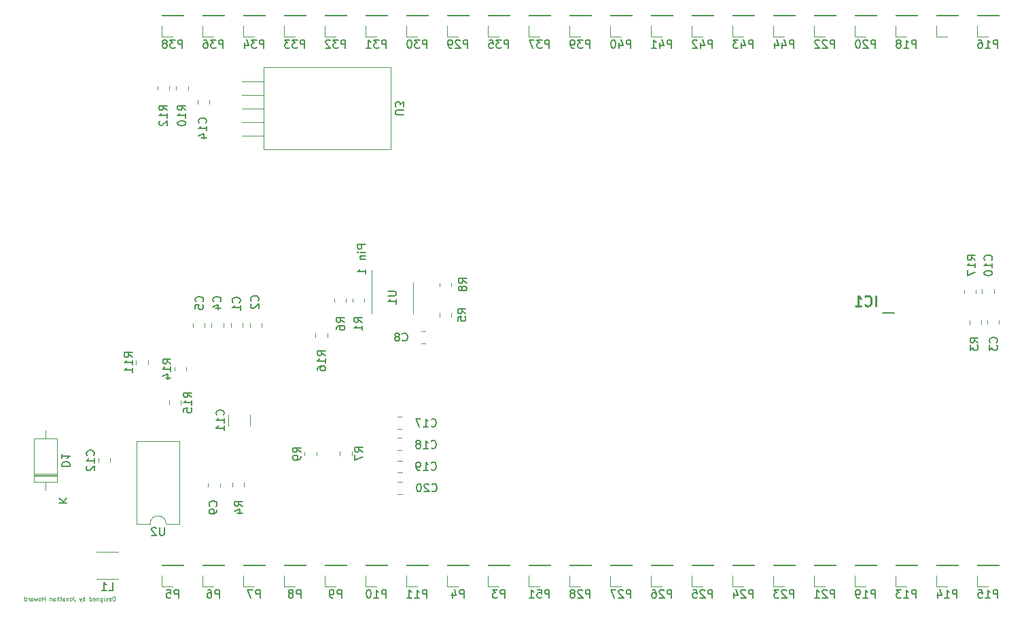
<source format=gbr>
%TF.GenerationSoftware,KiCad,Pcbnew,(5.1.7)-1*%
%TF.CreationDate,2020-11-09T16:27:10-06:00*%
%TF.ProjectId,MCU breakout board,4d435520-6272-4656-916b-6f757420626f,rev?*%
%TF.SameCoordinates,Original*%
%TF.FileFunction,Legend,Bot*%
%TF.FilePolarity,Positive*%
%FSLAX46Y46*%
G04 Gerber Fmt 4.6, Leading zero omitted, Abs format (unit mm)*
G04 Created by KiCad (PCBNEW (5.1.7)-1) date 2020-11-09 16:27:10*
%MOMM*%
%LPD*%
G01*
G04 APERTURE LIST*
%ADD10C,0.100000*%
%ADD11C,0.150000*%
%ADD12C,0.120000*%
%ADD13C,0.200000*%
%ADD14C,0.254000*%
G04 APERTURE END LIST*
D10*
X63895238Y-155526190D02*
X63895238Y-155026190D01*
X63776190Y-155026190D01*
X63704761Y-155050000D01*
X63657142Y-155097619D01*
X63633333Y-155145238D01*
X63609523Y-155240476D01*
X63609523Y-155311904D01*
X63633333Y-155407142D01*
X63657142Y-155454761D01*
X63704761Y-155502380D01*
X63776190Y-155526190D01*
X63895238Y-155526190D01*
X63204761Y-155502380D02*
X63252380Y-155526190D01*
X63347619Y-155526190D01*
X63395238Y-155502380D01*
X63419047Y-155454761D01*
X63419047Y-155264285D01*
X63395238Y-155216666D01*
X63347619Y-155192857D01*
X63252380Y-155192857D01*
X63204761Y-155216666D01*
X63180952Y-155264285D01*
X63180952Y-155311904D01*
X63419047Y-155359523D01*
X62990476Y-155502380D02*
X62942857Y-155526190D01*
X62847619Y-155526190D01*
X62800000Y-155502380D01*
X62776190Y-155454761D01*
X62776190Y-155430952D01*
X62800000Y-155383333D01*
X62847619Y-155359523D01*
X62919047Y-155359523D01*
X62966666Y-155335714D01*
X62990476Y-155288095D01*
X62990476Y-155264285D01*
X62966666Y-155216666D01*
X62919047Y-155192857D01*
X62847619Y-155192857D01*
X62800000Y-155216666D01*
X62561904Y-155526190D02*
X62561904Y-155192857D01*
X62561904Y-155026190D02*
X62585714Y-155050000D01*
X62561904Y-155073809D01*
X62538095Y-155050000D01*
X62561904Y-155026190D01*
X62561904Y-155073809D01*
X62109523Y-155192857D02*
X62109523Y-155597619D01*
X62133333Y-155645238D01*
X62157142Y-155669047D01*
X62204761Y-155692857D01*
X62276190Y-155692857D01*
X62323809Y-155669047D01*
X62109523Y-155502380D02*
X62157142Y-155526190D01*
X62252380Y-155526190D01*
X62300000Y-155502380D01*
X62323809Y-155478571D01*
X62347619Y-155430952D01*
X62347619Y-155288095D01*
X62323809Y-155240476D01*
X62300000Y-155216666D01*
X62252380Y-155192857D01*
X62157142Y-155192857D01*
X62109523Y-155216666D01*
X61871428Y-155192857D02*
X61871428Y-155526190D01*
X61871428Y-155240476D02*
X61847619Y-155216666D01*
X61800000Y-155192857D01*
X61728571Y-155192857D01*
X61680952Y-155216666D01*
X61657142Y-155264285D01*
X61657142Y-155526190D01*
X61228571Y-155502380D02*
X61276190Y-155526190D01*
X61371428Y-155526190D01*
X61419047Y-155502380D01*
X61442857Y-155454761D01*
X61442857Y-155264285D01*
X61419047Y-155216666D01*
X61371428Y-155192857D01*
X61276190Y-155192857D01*
X61228571Y-155216666D01*
X61204761Y-155264285D01*
X61204761Y-155311904D01*
X61442857Y-155359523D01*
X60776190Y-155526190D02*
X60776190Y-155026190D01*
X60776190Y-155502380D02*
X60823809Y-155526190D01*
X60919047Y-155526190D01*
X60966666Y-155502380D01*
X60990476Y-155478571D01*
X61014285Y-155430952D01*
X61014285Y-155288095D01*
X60990476Y-155240476D01*
X60966666Y-155216666D01*
X60919047Y-155192857D01*
X60823809Y-155192857D01*
X60776190Y-155216666D01*
X60157142Y-155526190D02*
X60157142Y-155026190D01*
X60157142Y-155216666D02*
X60109523Y-155192857D01*
X60014285Y-155192857D01*
X59966666Y-155216666D01*
X59942857Y-155240476D01*
X59919047Y-155288095D01*
X59919047Y-155430952D01*
X59942857Y-155478571D01*
X59966666Y-155502380D01*
X60014285Y-155526190D01*
X60109523Y-155526190D01*
X60157142Y-155502380D01*
X59752380Y-155192857D02*
X59633333Y-155526190D01*
X59514285Y-155192857D02*
X59633333Y-155526190D01*
X59680952Y-155645238D01*
X59704761Y-155669047D01*
X59752380Y-155692857D01*
X58800000Y-155026190D02*
X58800000Y-155383333D01*
X58823809Y-155454761D01*
X58871428Y-155502380D01*
X58942857Y-155526190D01*
X58990476Y-155526190D01*
X58490476Y-155526190D02*
X58538095Y-155502380D01*
X58561904Y-155478571D01*
X58585714Y-155430952D01*
X58585714Y-155288095D01*
X58561904Y-155240476D01*
X58538095Y-155216666D01*
X58490476Y-155192857D01*
X58419047Y-155192857D01*
X58371428Y-155216666D01*
X58347619Y-155240476D01*
X58323809Y-155288095D01*
X58323809Y-155430952D01*
X58347619Y-155478571D01*
X58371428Y-155502380D01*
X58419047Y-155526190D01*
X58490476Y-155526190D01*
X58109523Y-155192857D02*
X58109523Y-155526190D01*
X58109523Y-155240476D02*
X58085714Y-155216666D01*
X58038095Y-155192857D01*
X57966666Y-155192857D01*
X57919047Y-155216666D01*
X57895238Y-155264285D01*
X57895238Y-155526190D01*
X57442857Y-155526190D02*
X57442857Y-155264285D01*
X57466666Y-155216666D01*
X57514285Y-155192857D01*
X57609523Y-155192857D01*
X57657142Y-155216666D01*
X57442857Y-155502380D02*
X57490476Y-155526190D01*
X57609523Y-155526190D01*
X57657142Y-155502380D01*
X57680952Y-155454761D01*
X57680952Y-155407142D01*
X57657142Y-155359523D01*
X57609523Y-155335714D01*
X57490476Y-155335714D01*
X57442857Y-155311904D01*
X57276190Y-155192857D02*
X57085714Y-155192857D01*
X57204761Y-155026190D02*
X57204761Y-155454761D01*
X57180952Y-155502380D01*
X57133333Y-155526190D01*
X57085714Y-155526190D01*
X56919047Y-155526190D02*
X56919047Y-155026190D01*
X56704761Y-155526190D02*
X56704761Y-155264285D01*
X56728571Y-155216666D01*
X56776190Y-155192857D01*
X56847619Y-155192857D01*
X56895238Y-155216666D01*
X56919047Y-155240476D01*
X56252380Y-155526190D02*
X56252380Y-155264285D01*
X56276190Y-155216666D01*
X56323809Y-155192857D01*
X56419047Y-155192857D01*
X56466666Y-155216666D01*
X56252380Y-155502380D02*
X56300000Y-155526190D01*
X56419047Y-155526190D01*
X56466666Y-155502380D01*
X56490476Y-155454761D01*
X56490476Y-155407142D01*
X56466666Y-155359523D01*
X56419047Y-155335714D01*
X56300000Y-155335714D01*
X56252380Y-155311904D01*
X56014285Y-155192857D02*
X56014285Y-155526190D01*
X56014285Y-155240476D02*
X55990476Y-155216666D01*
X55942857Y-155192857D01*
X55871428Y-155192857D01*
X55823809Y-155216666D01*
X55800000Y-155264285D01*
X55800000Y-155526190D01*
X55180952Y-155526190D02*
X55180952Y-155026190D01*
X55180952Y-155264285D02*
X54895238Y-155264285D01*
X54895238Y-155526190D02*
X54895238Y-155026190D01*
X54585714Y-155526190D02*
X54633333Y-155502380D01*
X54657142Y-155478571D01*
X54680952Y-155430952D01*
X54680952Y-155288095D01*
X54657142Y-155240476D01*
X54633333Y-155216666D01*
X54585714Y-155192857D01*
X54514285Y-155192857D01*
X54466666Y-155216666D01*
X54442857Y-155240476D01*
X54419047Y-155288095D01*
X54419047Y-155430952D01*
X54442857Y-155478571D01*
X54466666Y-155502380D01*
X54514285Y-155526190D01*
X54585714Y-155526190D01*
X54252380Y-155192857D02*
X54157142Y-155526190D01*
X54061904Y-155288095D01*
X53966666Y-155526190D01*
X53871428Y-155192857D01*
X53466666Y-155526190D02*
X53466666Y-155264285D01*
X53490476Y-155216666D01*
X53538095Y-155192857D01*
X53633333Y-155192857D01*
X53680952Y-155216666D01*
X53466666Y-155502380D02*
X53514285Y-155526190D01*
X53633333Y-155526190D01*
X53680952Y-155502380D01*
X53704761Y-155454761D01*
X53704761Y-155407142D01*
X53680952Y-155359523D01*
X53633333Y-155335714D01*
X53514285Y-155335714D01*
X53466666Y-155311904D01*
X53228571Y-155526190D02*
X53228571Y-155192857D01*
X53228571Y-155288095D02*
X53204761Y-155240476D01*
X53180952Y-155216666D01*
X53133333Y-155192857D01*
X53085714Y-155192857D01*
X52704761Y-155526190D02*
X52704761Y-155026190D01*
X52704761Y-155502380D02*
X52752380Y-155526190D01*
X52847619Y-155526190D01*
X52895238Y-155502380D01*
X52919047Y-155478571D01*
X52942857Y-155430952D01*
X52942857Y-155288095D01*
X52919047Y-155240476D01*
X52895238Y-155216666D01*
X52847619Y-155192857D01*
X52752380Y-155192857D01*
X52704761Y-155216666D01*
D11*
X95152380Y-111090476D02*
X94152380Y-111090476D01*
X94152380Y-111471428D01*
X94200000Y-111566666D01*
X94247619Y-111614285D01*
X94342857Y-111661904D01*
X94485714Y-111661904D01*
X94580952Y-111614285D01*
X94628571Y-111566666D01*
X94676190Y-111471428D01*
X94676190Y-111090476D01*
X95152380Y-112090476D02*
X94485714Y-112090476D01*
X94152380Y-112090476D02*
X94200000Y-112042857D01*
X94247619Y-112090476D01*
X94200000Y-112138095D01*
X94152380Y-112090476D01*
X94247619Y-112090476D01*
X94485714Y-112566666D02*
X95152380Y-112566666D01*
X94580952Y-112566666D02*
X94533333Y-112614285D01*
X94485714Y-112709523D01*
X94485714Y-112852380D01*
X94533333Y-112947619D01*
X94628571Y-112995238D01*
X95152380Y-112995238D01*
X95152380Y-114757142D02*
X95152380Y-114185714D01*
X95152380Y-114471428D02*
X94152380Y-114471428D01*
X94295238Y-114376190D01*
X94390476Y-114280952D01*
X94438095Y-114185714D01*
D12*
%TO.C,U2*%
X68320000Y-145960000D02*
X66670000Y-145960000D01*
X66670000Y-145960000D02*
X66670000Y-135680000D01*
X66670000Y-135680000D02*
X71970000Y-135680000D01*
X71970000Y-135680000D02*
X71970000Y-145960000D01*
X71970000Y-145960000D02*
X70320000Y-145960000D01*
X70320000Y-145960000D02*
G75*
G03*
X68320000Y-145960000I-1000000J0D01*
G01*
%TO.C,C1*%
X78365000Y-121451252D02*
X78365000Y-120928748D01*
X79835000Y-121451252D02*
X79835000Y-120928748D01*
%TO.C,C2*%
X80765000Y-121461252D02*
X80765000Y-120938748D01*
X82235000Y-121461252D02*
X82235000Y-120938748D01*
%TO.C,C3*%
X171870000Y-121061252D02*
X171870000Y-120538748D01*
X170400000Y-121061252D02*
X170400000Y-120538748D01*
%TO.C,C4*%
X77435000Y-121451252D02*
X77435000Y-120928748D01*
X75965000Y-121451252D02*
X75965000Y-120928748D01*
%TO.C,C5*%
X73665000Y-121451252D02*
X73665000Y-120928748D01*
X75135000Y-121451252D02*
X75135000Y-120928748D01*
%TO.C,C8*%
X102623252Y-121947000D02*
X102100748Y-121947000D01*
X102623252Y-123417000D02*
X102100748Y-123417000D01*
%TO.C,C9*%
X78565000Y-140838748D02*
X78565000Y-141361252D01*
X80035000Y-140838748D02*
X80035000Y-141361252D01*
%TO.C,C10*%
X171985000Y-116708748D02*
X171985000Y-117231252D01*
X173455000Y-116708748D02*
X173455000Y-117231252D01*
%TO.C,C11*%
X78040000Y-132313748D02*
X78040000Y-133736252D01*
X80760000Y-132313748D02*
X80760000Y-133736252D01*
%TO.C,C12*%
X63335000Y-137788748D02*
X63335000Y-138311252D01*
X61865000Y-137788748D02*
X61865000Y-138311252D01*
%TO.C,C14*%
X74265000Y-93038748D02*
X74265000Y-93561252D01*
X75735000Y-93038748D02*
X75735000Y-93561252D01*
%TO.C,C17*%
X99118748Y-134085000D02*
X99641252Y-134085000D01*
X99118748Y-132615000D02*
X99641252Y-132615000D01*
%TO.C,C18*%
X99118748Y-135265000D02*
X99641252Y-135265000D01*
X99118748Y-136735000D02*
X99641252Y-136735000D01*
%TO.C,C19*%
X99188748Y-139535000D02*
X99711252Y-139535000D01*
X99188748Y-138065000D02*
X99711252Y-138065000D01*
%TO.C,C20*%
X99188748Y-140765000D02*
X99711252Y-140765000D01*
X99188748Y-142235000D02*
X99711252Y-142235000D01*
%TO.C,D1*%
X56770000Y-140740000D02*
X53830000Y-140740000D01*
X53830000Y-140740000D02*
X53830000Y-135300000D01*
X53830000Y-135300000D02*
X56770000Y-135300000D01*
X56770000Y-135300000D02*
X56770000Y-140740000D01*
X55300000Y-141760000D02*
X55300000Y-140740000D01*
X55300000Y-134280000D02*
X55300000Y-135300000D01*
X56770000Y-139840000D02*
X53830000Y-139840000D01*
X56770000Y-139720000D02*
X53830000Y-139720000D01*
X56770000Y-139960000D02*
X53830000Y-139960000D01*
D13*
%TO.C,IC1*%
X159635000Y-119610000D02*
X161060000Y-119610000D01*
D12*
%TO.C,P3*%
X110430000Y-151070000D02*
X113090000Y-151070000D01*
X110430000Y-151130000D02*
X110430000Y-151070000D01*
X113090000Y-151130000D02*
X113090000Y-151070000D01*
X110430000Y-151130000D02*
X113090000Y-151130000D01*
X110430000Y-152400000D02*
X110430000Y-153730000D01*
X110430000Y-153730000D02*
X111760000Y-153730000D01*
%TO.C,P4*%
X105350000Y-153730000D02*
X106680000Y-153730000D01*
X105350000Y-152400000D02*
X105350000Y-153730000D01*
X105350000Y-151130000D02*
X108010000Y-151130000D01*
X108010000Y-151130000D02*
X108010000Y-151070000D01*
X105350000Y-151130000D02*
X105350000Y-151070000D01*
X105350000Y-151070000D02*
X108010000Y-151070000D01*
%TO.C,P5*%
X69790000Y-153730000D02*
X71120000Y-153730000D01*
X69790000Y-152400000D02*
X69790000Y-153730000D01*
X69790000Y-151130000D02*
X72450000Y-151130000D01*
X72450000Y-151130000D02*
X72450000Y-151070000D01*
X69790000Y-151130000D02*
X69790000Y-151070000D01*
X69790000Y-151070000D02*
X72450000Y-151070000D01*
%TO.C,P6*%
X74870000Y-151070000D02*
X77530000Y-151070000D01*
X74870000Y-151130000D02*
X74870000Y-151070000D01*
X77530000Y-151130000D02*
X77530000Y-151070000D01*
X74870000Y-151130000D02*
X77530000Y-151130000D01*
X74870000Y-152400000D02*
X74870000Y-153730000D01*
X74870000Y-153730000D02*
X76200000Y-153730000D01*
%TO.C,P7*%
X79950000Y-153730000D02*
X81280000Y-153730000D01*
X79950000Y-152400000D02*
X79950000Y-153730000D01*
X79950000Y-151130000D02*
X82610000Y-151130000D01*
X82610000Y-151130000D02*
X82610000Y-151070000D01*
X79950000Y-151130000D02*
X79950000Y-151070000D01*
X79950000Y-151070000D02*
X82610000Y-151070000D01*
%TO.C,P8*%
X85030000Y-151070000D02*
X87690000Y-151070000D01*
X85030000Y-151130000D02*
X85030000Y-151070000D01*
X87690000Y-151130000D02*
X87690000Y-151070000D01*
X85030000Y-151130000D02*
X87690000Y-151130000D01*
X85030000Y-152400000D02*
X85030000Y-153730000D01*
X85030000Y-153730000D02*
X86360000Y-153730000D01*
%TO.C,P9*%
X90110000Y-153730000D02*
X91440000Y-153730000D01*
X90110000Y-152400000D02*
X90110000Y-153730000D01*
X90110000Y-151130000D02*
X92770000Y-151130000D01*
X92770000Y-151130000D02*
X92770000Y-151070000D01*
X90110000Y-151130000D02*
X90110000Y-151070000D01*
X90110000Y-151070000D02*
X92770000Y-151070000D01*
%TO.C,P10*%
X95190000Y-151070000D02*
X97850000Y-151070000D01*
X95190000Y-151130000D02*
X95190000Y-151070000D01*
X97850000Y-151130000D02*
X97850000Y-151070000D01*
X95190000Y-151130000D02*
X97850000Y-151130000D01*
X95190000Y-152400000D02*
X95190000Y-153730000D01*
X95190000Y-153730000D02*
X96520000Y-153730000D01*
%TO.C,P11*%
X100270000Y-153730000D02*
X101600000Y-153730000D01*
X100270000Y-152400000D02*
X100270000Y-153730000D01*
X100270000Y-151130000D02*
X102930000Y-151130000D01*
X102930000Y-151130000D02*
X102930000Y-151070000D01*
X100270000Y-151130000D02*
X100270000Y-151070000D01*
X100270000Y-151070000D02*
X102930000Y-151070000D01*
%TO.C,P13*%
X161230000Y-151070000D02*
X163890000Y-151070000D01*
X161230000Y-151130000D02*
X161230000Y-151070000D01*
X163890000Y-151130000D02*
X163890000Y-151070000D01*
X161230000Y-151130000D02*
X163890000Y-151130000D01*
X161230000Y-152400000D02*
X161230000Y-153730000D01*
X161230000Y-153730000D02*
X162560000Y-153730000D01*
%TO.C,P15*%
X171390000Y-153730000D02*
X172720000Y-153730000D01*
X171390000Y-152400000D02*
X171390000Y-153730000D01*
X171390000Y-151130000D02*
X174050000Y-151130000D01*
X174050000Y-151130000D02*
X174050000Y-151070000D01*
X171390000Y-151130000D02*
X171390000Y-151070000D01*
X171390000Y-151070000D02*
X174050000Y-151070000D01*
%TO.C,P16*%
X171390000Y-82490000D02*
X174050000Y-82490000D01*
X171390000Y-82550000D02*
X171390000Y-82490000D01*
X174050000Y-82550000D02*
X174050000Y-82490000D01*
X171390000Y-82550000D02*
X174050000Y-82550000D01*
X171390000Y-83820000D02*
X171390000Y-85150000D01*
X171390000Y-85150000D02*
X172720000Y-85150000D01*
%TO.C,P17*%
X166310000Y-85150000D02*
X167640000Y-85150000D01*
X166310000Y-83820000D02*
X166310000Y-85150000D01*
X166310000Y-82550000D02*
X168970000Y-82550000D01*
X168970000Y-82550000D02*
X168970000Y-82490000D01*
X166310000Y-82550000D02*
X166310000Y-82490000D01*
X166310000Y-82490000D02*
X168970000Y-82490000D01*
%TO.C,P18*%
X161230000Y-82490000D02*
X163890000Y-82490000D01*
X161230000Y-82550000D02*
X161230000Y-82490000D01*
X163890000Y-82550000D02*
X163890000Y-82490000D01*
X161230000Y-82550000D02*
X163890000Y-82550000D01*
X161230000Y-83820000D02*
X161230000Y-85150000D01*
X161230000Y-85150000D02*
X162560000Y-85150000D01*
%TO.C,P19*%
X156150000Y-153730000D02*
X157480000Y-153730000D01*
X156150000Y-152400000D02*
X156150000Y-153730000D01*
X156150000Y-151130000D02*
X158810000Y-151130000D01*
X158810000Y-151130000D02*
X158810000Y-151070000D01*
X156150000Y-151130000D02*
X156150000Y-151070000D01*
X156150000Y-151070000D02*
X158810000Y-151070000D01*
%TO.C,P20*%
X156150000Y-85150000D02*
X157480000Y-85150000D01*
X156150000Y-83820000D02*
X156150000Y-85150000D01*
X156150000Y-82550000D02*
X158810000Y-82550000D01*
X158810000Y-82550000D02*
X158810000Y-82490000D01*
X156150000Y-82550000D02*
X156150000Y-82490000D01*
X156150000Y-82490000D02*
X158810000Y-82490000D01*
%TO.C,P21*%
X151070000Y-151070000D02*
X153730000Y-151070000D01*
X151070000Y-151130000D02*
X151070000Y-151070000D01*
X153730000Y-151130000D02*
X153730000Y-151070000D01*
X151070000Y-151130000D02*
X153730000Y-151130000D01*
X151070000Y-152400000D02*
X151070000Y-153730000D01*
X151070000Y-153730000D02*
X152400000Y-153730000D01*
%TO.C,P22*%
X151070000Y-85150000D02*
X152400000Y-85150000D01*
X151070000Y-83820000D02*
X151070000Y-85150000D01*
X151070000Y-82550000D02*
X153730000Y-82550000D01*
X153730000Y-82550000D02*
X153730000Y-82490000D01*
X151070000Y-82550000D02*
X151070000Y-82490000D01*
X151070000Y-82490000D02*
X153730000Y-82490000D01*
%TO.C,P23*%
X145990000Y-151070000D02*
X148650000Y-151070000D01*
X145990000Y-151130000D02*
X145990000Y-151070000D01*
X148650000Y-151130000D02*
X148650000Y-151070000D01*
X145990000Y-151130000D02*
X148650000Y-151130000D01*
X145990000Y-152400000D02*
X145990000Y-153730000D01*
X145990000Y-153730000D02*
X147320000Y-153730000D01*
%TO.C,P24*%
X140910000Y-151070000D02*
X143570000Y-151070000D01*
X140910000Y-151130000D02*
X140910000Y-151070000D01*
X143570000Y-151130000D02*
X143570000Y-151070000D01*
X140910000Y-151130000D02*
X143570000Y-151130000D01*
X140910000Y-152400000D02*
X140910000Y-153730000D01*
X140910000Y-153730000D02*
X142240000Y-153730000D01*
%TO.C,P25*%
X135830000Y-153730000D02*
X137160000Y-153730000D01*
X135830000Y-152400000D02*
X135830000Y-153730000D01*
X135830000Y-151130000D02*
X138490000Y-151130000D01*
X138490000Y-151130000D02*
X138490000Y-151070000D01*
X135830000Y-151130000D02*
X135830000Y-151070000D01*
X135830000Y-151070000D02*
X138490000Y-151070000D01*
%TO.C,P26*%
X130750000Y-151070000D02*
X133410000Y-151070000D01*
X130750000Y-151130000D02*
X130750000Y-151070000D01*
X133410000Y-151130000D02*
X133410000Y-151070000D01*
X130750000Y-151130000D02*
X133410000Y-151130000D01*
X130750000Y-152400000D02*
X130750000Y-153730000D01*
X130750000Y-153730000D02*
X132080000Y-153730000D01*
%TO.C,P27*%
X125670000Y-153730000D02*
X127000000Y-153730000D01*
X125670000Y-152400000D02*
X125670000Y-153730000D01*
X125670000Y-151130000D02*
X128330000Y-151130000D01*
X128330000Y-151130000D02*
X128330000Y-151070000D01*
X125670000Y-151130000D02*
X125670000Y-151070000D01*
X125670000Y-151070000D02*
X128330000Y-151070000D01*
%TO.C,P28*%
X120590000Y-151070000D02*
X123250000Y-151070000D01*
X120590000Y-151130000D02*
X120590000Y-151070000D01*
X123250000Y-151130000D02*
X123250000Y-151070000D01*
X120590000Y-151130000D02*
X123250000Y-151130000D01*
X120590000Y-152400000D02*
X120590000Y-153730000D01*
X120590000Y-153730000D02*
X121920000Y-153730000D01*
%TO.C,P29*%
X105350000Y-82490000D02*
X108010000Y-82490000D01*
X105350000Y-82550000D02*
X105350000Y-82490000D01*
X108010000Y-82550000D02*
X108010000Y-82490000D01*
X105350000Y-82550000D02*
X108010000Y-82550000D01*
X105350000Y-83820000D02*
X105350000Y-85150000D01*
X105350000Y-85150000D02*
X106680000Y-85150000D01*
%TO.C,P30*%
X100270000Y-85150000D02*
X101600000Y-85150000D01*
X100270000Y-83820000D02*
X100270000Y-85150000D01*
X100270000Y-82550000D02*
X102930000Y-82550000D01*
X102930000Y-82550000D02*
X102930000Y-82490000D01*
X100270000Y-82550000D02*
X100270000Y-82490000D01*
X100270000Y-82490000D02*
X102930000Y-82490000D01*
%TO.C,P31*%
X95190000Y-82490000D02*
X97850000Y-82490000D01*
X95190000Y-82550000D02*
X95190000Y-82490000D01*
X97850000Y-82550000D02*
X97850000Y-82490000D01*
X95190000Y-82550000D02*
X97850000Y-82550000D01*
X95190000Y-83820000D02*
X95190000Y-85150000D01*
X95190000Y-85150000D02*
X96520000Y-85150000D01*
%TO.C,P32*%
X90110000Y-85150000D02*
X91440000Y-85150000D01*
X90110000Y-83820000D02*
X90110000Y-85150000D01*
X90110000Y-82550000D02*
X92770000Y-82550000D01*
X92770000Y-82550000D02*
X92770000Y-82490000D01*
X90110000Y-82550000D02*
X90110000Y-82490000D01*
X90110000Y-82490000D02*
X92770000Y-82490000D01*
%TO.C,P33*%
X85030000Y-82490000D02*
X87690000Y-82490000D01*
X85030000Y-82550000D02*
X85030000Y-82490000D01*
X87690000Y-82550000D02*
X87690000Y-82490000D01*
X85030000Y-82550000D02*
X87690000Y-82550000D01*
X85030000Y-83820000D02*
X85030000Y-85150000D01*
X85030000Y-85150000D02*
X86360000Y-85150000D01*
%TO.C,P34*%
X79950000Y-85150000D02*
X81280000Y-85150000D01*
X79950000Y-83820000D02*
X79950000Y-85150000D01*
X79950000Y-82550000D02*
X82610000Y-82550000D01*
X82610000Y-82550000D02*
X82610000Y-82490000D01*
X79950000Y-82550000D02*
X79950000Y-82490000D01*
X79950000Y-82490000D02*
X82610000Y-82490000D01*
%TO.C,P35*%
X110430000Y-85150000D02*
X111760000Y-85150000D01*
X110430000Y-83820000D02*
X110430000Y-85150000D01*
X110430000Y-82550000D02*
X113090000Y-82550000D01*
X113090000Y-82550000D02*
X113090000Y-82490000D01*
X110430000Y-82550000D02*
X110430000Y-82490000D01*
X110430000Y-82490000D02*
X113090000Y-82490000D01*
%TO.C,P36*%
X74870000Y-82490000D02*
X77530000Y-82490000D01*
X74870000Y-82550000D02*
X74870000Y-82490000D01*
X77530000Y-82550000D02*
X77530000Y-82490000D01*
X74870000Y-82550000D02*
X77530000Y-82550000D01*
X74870000Y-83820000D02*
X74870000Y-85150000D01*
X74870000Y-85150000D02*
X76200000Y-85150000D01*
%TO.C,P37*%
X115510000Y-82490000D02*
X118170000Y-82490000D01*
X115510000Y-82550000D02*
X115510000Y-82490000D01*
X118170000Y-82550000D02*
X118170000Y-82490000D01*
X115510000Y-82550000D02*
X118170000Y-82550000D01*
X115510000Y-83820000D02*
X115510000Y-85150000D01*
X115510000Y-85150000D02*
X116840000Y-85150000D01*
%TO.C,P38*%
X69790000Y-85150000D02*
X71120000Y-85150000D01*
X69790000Y-83820000D02*
X69790000Y-85150000D01*
X69790000Y-82550000D02*
X72450000Y-82550000D01*
X72450000Y-82550000D02*
X72450000Y-82490000D01*
X69790000Y-82550000D02*
X69790000Y-82490000D01*
X69790000Y-82490000D02*
X72450000Y-82490000D01*
%TO.C,P39*%
X120590000Y-85150000D02*
X121920000Y-85150000D01*
X120590000Y-83820000D02*
X120590000Y-85150000D01*
X120590000Y-82550000D02*
X123250000Y-82550000D01*
X123250000Y-82550000D02*
X123250000Y-82490000D01*
X120590000Y-82550000D02*
X120590000Y-82490000D01*
X120590000Y-82490000D02*
X123250000Y-82490000D01*
%TO.C,P40*%
X125670000Y-82490000D02*
X128330000Y-82490000D01*
X125670000Y-82550000D02*
X125670000Y-82490000D01*
X128330000Y-82550000D02*
X128330000Y-82490000D01*
X125670000Y-82550000D02*
X128330000Y-82550000D01*
X125670000Y-83820000D02*
X125670000Y-85150000D01*
X125670000Y-85150000D02*
X127000000Y-85150000D01*
%TO.C,P41*%
X130750000Y-85150000D02*
X132080000Y-85150000D01*
X130750000Y-83820000D02*
X130750000Y-85150000D01*
X130750000Y-82550000D02*
X133410000Y-82550000D01*
X133410000Y-82550000D02*
X133410000Y-82490000D01*
X130750000Y-82550000D02*
X130750000Y-82490000D01*
X130750000Y-82490000D02*
X133410000Y-82490000D01*
%TO.C,P42*%
X135830000Y-85150000D02*
X137160000Y-85150000D01*
X135830000Y-83820000D02*
X135830000Y-85150000D01*
X135830000Y-82550000D02*
X138490000Y-82550000D01*
X138490000Y-82550000D02*
X138490000Y-82490000D01*
X135830000Y-82550000D02*
X135830000Y-82490000D01*
X135830000Y-82490000D02*
X138490000Y-82490000D01*
%TO.C,P43*%
X140910000Y-82490000D02*
X143570000Y-82490000D01*
X140910000Y-82550000D02*
X140910000Y-82490000D01*
X143570000Y-82550000D02*
X143570000Y-82490000D01*
X140910000Y-82550000D02*
X143570000Y-82550000D01*
X140910000Y-83820000D02*
X140910000Y-85150000D01*
X140910000Y-85150000D02*
X142240000Y-85150000D01*
%TO.C,P44*%
X145990000Y-85150000D02*
X147320000Y-85150000D01*
X145990000Y-83820000D02*
X145990000Y-85150000D01*
X145990000Y-82550000D02*
X148650000Y-82550000D01*
X148650000Y-82550000D02*
X148650000Y-82490000D01*
X145990000Y-82550000D02*
X145990000Y-82490000D01*
X145990000Y-82490000D02*
X148650000Y-82490000D01*
%TO.C,R1*%
X95035000Y-117872936D02*
X95035000Y-118327064D01*
X93565000Y-117872936D02*
X93565000Y-118327064D01*
%TO.C,R3*%
X172620000Y-120570436D02*
X172620000Y-121024564D01*
X174090000Y-120570436D02*
X174090000Y-121024564D01*
%TO.C,R4*%
X77035000Y-141327064D02*
X77035000Y-140872936D01*
X75565000Y-141327064D02*
X75565000Y-140872936D01*
%TO.C,R5*%
X104365000Y-119660436D02*
X104365000Y-120114564D01*
X105835000Y-119660436D02*
X105835000Y-120114564D01*
%TO.C,R6*%
X92735000Y-117872936D02*
X92735000Y-118327064D01*
X91265000Y-117872936D02*
X91265000Y-118327064D01*
%TO.C,R7*%
X93445000Y-137387064D02*
X93445000Y-136932936D01*
X91975000Y-137387064D02*
X91975000Y-136932936D01*
%TO.C,R8*%
X105835000Y-115885436D02*
X105835000Y-116339564D01*
X104365000Y-115885436D02*
X104365000Y-116339564D01*
%TO.C,R9*%
X89035000Y-136972936D02*
X89035000Y-137427064D01*
X87565000Y-136972936D02*
X87565000Y-137427064D01*
%TO.C,R10*%
X73035000Y-91827064D02*
X73035000Y-91372936D01*
X71565000Y-91827064D02*
X71565000Y-91372936D01*
%TO.C,R11*%
X66565000Y-125585436D02*
X66565000Y-126039564D01*
X68035000Y-125585436D02*
X68035000Y-126039564D01*
%TO.C,R12*%
X70735000Y-91372936D02*
X70735000Y-91827064D01*
X69265000Y-91372936D02*
X69265000Y-91827064D01*
%TO.C,R14*%
X71365000Y-126385436D02*
X71365000Y-126839564D01*
X72835000Y-126385436D02*
X72835000Y-126839564D01*
%TO.C,R15*%
X70665000Y-131039564D02*
X70665000Y-130585436D01*
X72135000Y-131039564D02*
X72135000Y-130585436D01*
%TO.C,R16*%
X90397000Y-122200936D02*
X90397000Y-122655064D01*
X88927000Y-122200936D02*
X88927000Y-122655064D01*
%TO.C,R17*%
X171235000Y-116772936D02*
X171235000Y-117227064D01*
X169765000Y-116772936D02*
X169765000Y-117227064D01*
%TO.C,U1*%
X101060000Y-117800000D02*
X101060000Y-119750000D01*
X101060000Y-117800000D02*
X101060000Y-115850000D01*
X95940000Y-117800000D02*
X95940000Y-119750000D01*
X95940000Y-117800000D02*
X95940000Y-114350000D01*
%TO.C,L1*%
X61605748Y-152840000D02*
X64378252Y-152840000D01*
X61605748Y-149420000D02*
X64378252Y-149420000D01*
%TO.C,P14*%
X166310000Y-151070000D02*
X168970000Y-151070000D01*
X166310000Y-151130000D02*
X166310000Y-151070000D01*
X168970000Y-151130000D02*
X168970000Y-151070000D01*
X166310000Y-151130000D02*
X168970000Y-151130000D01*
X166310000Y-152400000D02*
X166310000Y-153730000D01*
X166310000Y-153730000D02*
X167640000Y-153730000D01*
%TO.C,P51*%
X115510000Y-153730000D02*
X116840000Y-153730000D01*
X115510000Y-152400000D02*
X115510000Y-153730000D01*
X115510000Y-151130000D02*
X118170000Y-151130000D01*
X118170000Y-151130000D02*
X118170000Y-151070000D01*
X115510000Y-151130000D02*
X115510000Y-151070000D01*
X115510000Y-151070000D02*
X118170000Y-151070000D01*
%TO.C,U3*%
X82430000Y-90736000D02*
X79790000Y-90736000D01*
X82430000Y-92436000D02*
X79790000Y-92436000D01*
X82430000Y-94136000D02*
X79790000Y-94136000D01*
X82430000Y-95836000D02*
X79790000Y-95836000D01*
X82430000Y-97536000D02*
X79790000Y-97536000D01*
X98320000Y-89016000D02*
X82430000Y-89016000D01*
X98320000Y-99257000D02*
X82430000Y-99257000D01*
X98320000Y-99257000D02*
X98320000Y-89016000D01*
X82430000Y-99257000D02*
X82430000Y-89016000D01*
%TO.C,U2*%
D11*
X70081904Y-146412380D02*
X70081904Y-147221904D01*
X70034285Y-147317142D01*
X69986666Y-147364761D01*
X69891428Y-147412380D01*
X69700952Y-147412380D01*
X69605714Y-147364761D01*
X69558095Y-147317142D01*
X69510476Y-147221904D01*
X69510476Y-146412380D01*
X69081904Y-146507619D02*
X69034285Y-146460000D01*
X68939047Y-146412380D01*
X68700952Y-146412380D01*
X68605714Y-146460000D01*
X68558095Y-146507619D01*
X68510476Y-146602857D01*
X68510476Y-146698095D01*
X68558095Y-146840952D01*
X69129523Y-147412380D01*
X68510476Y-147412380D01*
%TO.C,C1*%
X79457142Y-118333333D02*
X79504761Y-118285714D01*
X79552380Y-118142857D01*
X79552380Y-118047619D01*
X79504761Y-117904761D01*
X79409523Y-117809523D01*
X79314285Y-117761904D01*
X79123809Y-117714285D01*
X78980952Y-117714285D01*
X78790476Y-117761904D01*
X78695238Y-117809523D01*
X78600000Y-117904761D01*
X78552380Y-118047619D01*
X78552380Y-118142857D01*
X78600000Y-118285714D01*
X78647619Y-118333333D01*
X79552380Y-119285714D02*
X79552380Y-118714285D01*
X79552380Y-119000000D02*
X78552380Y-119000000D01*
X78695238Y-118904761D01*
X78790476Y-118809523D01*
X78838095Y-118714285D01*
%TO.C,C2*%
X81757142Y-118133333D02*
X81804761Y-118085714D01*
X81852380Y-117942857D01*
X81852380Y-117847619D01*
X81804761Y-117704761D01*
X81709523Y-117609523D01*
X81614285Y-117561904D01*
X81423809Y-117514285D01*
X81280952Y-117514285D01*
X81090476Y-117561904D01*
X80995238Y-117609523D01*
X80900000Y-117704761D01*
X80852380Y-117847619D01*
X80852380Y-117942857D01*
X80900000Y-118085714D01*
X80947619Y-118133333D01*
X80947619Y-118514285D02*
X80900000Y-118561904D01*
X80852380Y-118657142D01*
X80852380Y-118895238D01*
X80900000Y-118990476D01*
X80947619Y-119038095D01*
X81042857Y-119085714D01*
X81138095Y-119085714D01*
X81280952Y-119038095D01*
X81852380Y-118466666D01*
X81852380Y-119085714D01*
%TO.C,C3*%
X173792142Y-123333333D02*
X173839761Y-123285714D01*
X173887380Y-123142857D01*
X173887380Y-123047619D01*
X173839761Y-122904761D01*
X173744523Y-122809523D01*
X173649285Y-122761904D01*
X173458809Y-122714285D01*
X173315952Y-122714285D01*
X173125476Y-122761904D01*
X173030238Y-122809523D01*
X172935000Y-122904761D01*
X172887380Y-123047619D01*
X172887380Y-123142857D01*
X172935000Y-123285714D01*
X172982619Y-123333333D01*
X172887380Y-123666666D02*
X172887380Y-124285714D01*
X173268333Y-123952380D01*
X173268333Y-124095238D01*
X173315952Y-124190476D01*
X173363571Y-124238095D01*
X173458809Y-124285714D01*
X173696904Y-124285714D01*
X173792142Y-124238095D01*
X173839761Y-124190476D01*
X173887380Y-124095238D01*
X173887380Y-123809523D01*
X173839761Y-123714285D01*
X173792142Y-123666666D01*
%TO.C,C4*%
X77057142Y-118233333D02*
X77104761Y-118185714D01*
X77152380Y-118042857D01*
X77152380Y-117947619D01*
X77104761Y-117804761D01*
X77009523Y-117709523D01*
X76914285Y-117661904D01*
X76723809Y-117614285D01*
X76580952Y-117614285D01*
X76390476Y-117661904D01*
X76295238Y-117709523D01*
X76200000Y-117804761D01*
X76152380Y-117947619D01*
X76152380Y-118042857D01*
X76200000Y-118185714D01*
X76247619Y-118233333D01*
X76485714Y-119090476D02*
X77152380Y-119090476D01*
X76104761Y-118852380D02*
X76819047Y-118614285D01*
X76819047Y-119233333D01*
%TO.C,C5*%
X74857142Y-118233333D02*
X74904761Y-118185714D01*
X74952380Y-118042857D01*
X74952380Y-117947619D01*
X74904761Y-117804761D01*
X74809523Y-117709523D01*
X74714285Y-117661904D01*
X74523809Y-117614285D01*
X74380952Y-117614285D01*
X74190476Y-117661904D01*
X74095238Y-117709523D01*
X74000000Y-117804761D01*
X73952380Y-117947619D01*
X73952380Y-118042857D01*
X74000000Y-118185714D01*
X74047619Y-118233333D01*
X73952380Y-119138095D02*
X73952380Y-118661904D01*
X74428571Y-118614285D01*
X74380952Y-118661904D01*
X74333333Y-118757142D01*
X74333333Y-118995238D01*
X74380952Y-119090476D01*
X74428571Y-119138095D01*
X74523809Y-119185714D01*
X74761904Y-119185714D01*
X74857142Y-119138095D01*
X74904761Y-119090476D01*
X74952380Y-118995238D01*
X74952380Y-118757142D01*
X74904761Y-118661904D01*
X74857142Y-118614285D01*
%TO.C,C8*%
X99766666Y-123057142D02*
X99814285Y-123104761D01*
X99957142Y-123152380D01*
X100052380Y-123152380D01*
X100195238Y-123104761D01*
X100290476Y-123009523D01*
X100338095Y-122914285D01*
X100385714Y-122723809D01*
X100385714Y-122580952D01*
X100338095Y-122390476D01*
X100290476Y-122295238D01*
X100195238Y-122200000D01*
X100052380Y-122152380D01*
X99957142Y-122152380D01*
X99814285Y-122200000D01*
X99766666Y-122247619D01*
X99195238Y-122580952D02*
X99290476Y-122533333D01*
X99338095Y-122485714D01*
X99385714Y-122390476D01*
X99385714Y-122342857D01*
X99338095Y-122247619D01*
X99290476Y-122200000D01*
X99195238Y-122152380D01*
X99004761Y-122152380D01*
X98909523Y-122200000D01*
X98861904Y-122247619D01*
X98814285Y-122342857D01*
X98814285Y-122390476D01*
X98861904Y-122485714D01*
X98909523Y-122533333D01*
X99004761Y-122580952D01*
X99195238Y-122580952D01*
X99290476Y-122628571D01*
X99338095Y-122676190D01*
X99385714Y-122771428D01*
X99385714Y-122961904D01*
X99338095Y-123057142D01*
X99290476Y-123104761D01*
X99195238Y-123152380D01*
X99004761Y-123152380D01*
X98909523Y-123104761D01*
X98861904Y-123057142D01*
X98814285Y-122961904D01*
X98814285Y-122771428D01*
X98861904Y-122676190D01*
X98909523Y-122628571D01*
X99004761Y-122580952D01*
%TO.C,C9*%
X76557142Y-143733333D02*
X76604761Y-143685714D01*
X76652380Y-143542857D01*
X76652380Y-143447619D01*
X76604761Y-143304761D01*
X76509523Y-143209523D01*
X76414285Y-143161904D01*
X76223809Y-143114285D01*
X76080952Y-143114285D01*
X75890476Y-143161904D01*
X75795238Y-143209523D01*
X75700000Y-143304761D01*
X75652380Y-143447619D01*
X75652380Y-143542857D01*
X75700000Y-143685714D01*
X75747619Y-143733333D01*
X76652380Y-144209523D02*
X76652380Y-144400000D01*
X76604761Y-144495238D01*
X76557142Y-144542857D01*
X76414285Y-144638095D01*
X76223809Y-144685714D01*
X75842857Y-144685714D01*
X75747619Y-144638095D01*
X75700000Y-144590476D01*
X75652380Y-144495238D01*
X75652380Y-144304761D01*
X75700000Y-144209523D01*
X75747619Y-144161904D01*
X75842857Y-144114285D01*
X76080952Y-144114285D01*
X76176190Y-144161904D01*
X76223809Y-144209523D01*
X76271428Y-144304761D01*
X76271428Y-144495238D01*
X76223809Y-144590476D01*
X76176190Y-144638095D01*
X76080952Y-144685714D01*
%TO.C,C10*%
X173157142Y-113057142D02*
X173204761Y-113009523D01*
X173252380Y-112866666D01*
X173252380Y-112771428D01*
X173204761Y-112628571D01*
X173109523Y-112533333D01*
X173014285Y-112485714D01*
X172823809Y-112438095D01*
X172680952Y-112438095D01*
X172490476Y-112485714D01*
X172395238Y-112533333D01*
X172300000Y-112628571D01*
X172252380Y-112771428D01*
X172252380Y-112866666D01*
X172300000Y-113009523D01*
X172347619Y-113057142D01*
X173252380Y-114009523D02*
X173252380Y-113438095D01*
X173252380Y-113723809D02*
X172252380Y-113723809D01*
X172395238Y-113628571D01*
X172490476Y-113533333D01*
X172538095Y-113438095D01*
X172252380Y-114628571D02*
X172252380Y-114723809D01*
X172300000Y-114819047D01*
X172347619Y-114866666D01*
X172442857Y-114914285D01*
X172633333Y-114961904D01*
X172871428Y-114961904D01*
X173061904Y-114914285D01*
X173157142Y-114866666D01*
X173204761Y-114819047D01*
X173252380Y-114723809D01*
X173252380Y-114628571D01*
X173204761Y-114533333D01*
X173157142Y-114485714D01*
X173061904Y-114438095D01*
X172871428Y-114390476D01*
X172633333Y-114390476D01*
X172442857Y-114438095D01*
X172347619Y-114485714D01*
X172300000Y-114533333D01*
X172252380Y-114628571D01*
%TO.C,C11*%
X77457142Y-132382142D02*
X77504761Y-132334523D01*
X77552380Y-132191666D01*
X77552380Y-132096428D01*
X77504761Y-131953571D01*
X77409523Y-131858333D01*
X77314285Y-131810714D01*
X77123809Y-131763095D01*
X76980952Y-131763095D01*
X76790476Y-131810714D01*
X76695238Y-131858333D01*
X76600000Y-131953571D01*
X76552380Y-132096428D01*
X76552380Y-132191666D01*
X76600000Y-132334523D01*
X76647619Y-132382142D01*
X77552380Y-133334523D02*
X77552380Y-132763095D01*
X77552380Y-133048809D02*
X76552380Y-133048809D01*
X76695238Y-132953571D01*
X76790476Y-132858333D01*
X76838095Y-132763095D01*
X77552380Y-134286904D02*
X77552380Y-133715476D01*
X77552380Y-134001190D02*
X76552380Y-134001190D01*
X76695238Y-133905952D01*
X76790476Y-133810714D01*
X76838095Y-133715476D01*
%TO.C,C12*%
X61277142Y-137407142D02*
X61324761Y-137359523D01*
X61372380Y-137216666D01*
X61372380Y-137121428D01*
X61324761Y-136978571D01*
X61229523Y-136883333D01*
X61134285Y-136835714D01*
X60943809Y-136788095D01*
X60800952Y-136788095D01*
X60610476Y-136835714D01*
X60515238Y-136883333D01*
X60420000Y-136978571D01*
X60372380Y-137121428D01*
X60372380Y-137216666D01*
X60420000Y-137359523D01*
X60467619Y-137407142D01*
X61372380Y-138359523D02*
X61372380Y-137788095D01*
X61372380Y-138073809D02*
X60372380Y-138073809D01*
X60515238Y-137978571D01*
X60610476Y-137883333D01*
X60658095Y-137788095D01*
X60467619Y-138740476D02*
X60420000Y-138788095D01*
X60372380Y-138883333D01*
X60372380Y-139121428D01*
X60420000Y-139216666D01*
X60467619Y-139264285D01*
X60562857Y-139311904D01*
X60658095Y-139311904D01*
X60800952Y-139264285D01*
X61372380Y-138692857D01*
X61372380Y-139311904D01*
%TO.C,C14*%
X75257142Y-95957142D02*
X75304761Y-95909523D01*
X75352380Y-95766666D01*
X75352380Y-95671428D01*
X75304761Y-95528571D01*
X75209523Y-95433333D01*
X75114285Y-95385714D01*
X74923809Y-95338095D01*
X74780952Y-95338095D01*
X74590476Y-95385714D01*
X74495238Y-95433333D01*
X74400000Y-95528571D01*
X74352380Y-95671428D01*
X74352380Y-95766666D01*
X74400000Y-95909523D01*
X74447619Y-95957142D01*
X75352380Y-96909523D02*
X75352380Y-96338095D01*
X75352380Y-96623809D02*
X74352380Y-96623809D01*
X74495238Y-96528571D01*
X74590476Y-96433333D01*
X74638095Y-96338095D01*
X74685714Y-97766666D02*
X75352380Y-97766666D01*
X74304761Y-97528571D02*
X75019047Y-97290476D01*
X75019047Y-97909523D01*
%TO.C,C17*%
X103342857Y-133757142D02*
X103390476Y-133804761D01*
X103533333Y-133852380D01*
X103628571Y-133852380D01*
X103771428Y-133804761D01*
X103866666Y-133709523D01*
X103914285Y-133614285D01*
X103961904Y-133423809D01*
X103961904Y-133280952D01*
X103914285Y-133090476D01*
X103866666Y-132995238D01*
X103771428Y-132900000D01*
X103628571Y-132852380D01*
X103533333Y-132852380D01*
X103390476Y-132900000D01*
X103342857Y-132947619D01*
X102390476Y-133852380D02*
X102961904Y-133852380D01*
X102676190Y-133852380D02*
X102676190Y-132852380D01*
X102771428Y-132995238D01*
X102866666Y-133090476D01*
X102961904Y-133138095D01*
X102057142Y-132852380D02*
X101390476Y-132852380D01*
X101819047Y-133852380D01*
%TO.C,C18*%
X103342857Y-136457142D02*
X103390476Y-136504761D01*
X103533333Y-136552380D01*
X103628571Y-136552380D01*
X103771428Y-136504761D01*
X103866666Y-136409523D01*
X103914285Y-136314285D01*
X103961904Y-136123809D01*
X103961904Y-135980952D01*
X103914285Y-135790476D01*
X103866666Y-135695238D01*
X103771428Y-135600000D01*
X103628571Y-135552380D01*
X103533333Y-135552380D01*
X103390476Y-135600000D01*
X103342857Y-135647619D01*
X102390476Y-136552380D02*
X102961904Y-136552380D01*
X102676190Y-136552380D02*
X102676190Y-135552380D01*
X102771428Y-135695238D01*
X102866666Y-135790476D01*
X102961904Y-135838095D01*
X101819047Y-135980952D02*
X101914285Y-135933333D01*
X101961904Y-135885714D01*
X102009523Y-135790476D01*
X102009523Y-135742857D01*
X101961904Y-135647619D01*
X101914285Y-135600000D01*
X101819047Y-135552380D01*
X101628571Y-135552380D01*
X101533333Y-135600000D01*
X101485714Y-135647619D01*
X101438095Y-135742857D01*
X101438095Y-135790476D01*
X101485714Y-135885714D01*
X101533333Y-135933333D01*
X101628571Y-135980952D01*
X101819047Y-135980952D01*
X101914285Y-136028571D01*
X101961904Y-136076190D01*
X102009523Y-136171428D01*
X102009523Y-136361904D01*
X101961904Y-136457142D01*
X101914285Y-136504761D01*
X101819047Y-136552380D01*
X101628571Y-136552380D01*
X101533333Y-136504761D01*
X101485714Y-136457142D01*
X101438095Y-136361904D01*
X101438095Y-136171428D01*
X101485714Y-136076190D01*
X101533333Y-136028571D01*
X101628571Y-135980952D01*
%TO.C,C19*%
X103342857Y-139157142D02*
X103390476Y-139204761D01*
X103533333Y-139252380D01*
X103628571Y-139252380D01*
X103771428Y-139204761D01*
X103866666Y-139109523D01*
X103914285Y-139014285D01*
X103961904Y-138823809D01*
X103961904Y-138680952D01*
X103914285Y-138490476D01*
X103866666Y-138395238D01*
X103771428Y-138300000D01*
X103628571Y-138252380D01*
X103533333Y-138252380D01*
X103390476Y-138300000D01*
X103342857Y-138347619D01*
X102390476Y-139252380D02*
X102961904Y-139252380D01*
X102676190Y-139252380D02*
X102676190Y-138252380D01*
X102771428Y-138395238D01*
X102866666Y-138490476D01*
X102961904Y-138538095D01*
X101914285Y-139252380D02*
X101723809Y-139252380D01*
X101628571Y-139204761D01*
X101580952Y-139157142D01*
X101485714Y-139014285D01*
X101438095Y-138823809D01*
X101438095Y-138442857D01*
X101485714Y-138347619D01*
X101533333Y-138300000D01*
X101628571Y-138252380D01*
X101819047Y-138252380D01*
X101914285Y-138300000D01*
X101961904Y-138347619D01*
X102009523Y-138442857D01*
X102009523Y-138680952D01*
X101961904Y-138776190D01*
X101914285Y-138823809D01*
X101819047Y-138871428D01*
X101628571Y-138871428D01*
X101533333Y-138823809D01*
X101485714Y-138776190D01*
X101438095Y-138680952D01*
%TO.C,C20*%
X103442857Y-141857142D02*
X103490476Y-141904761D01*
X103633333Y-141952380D01*
X103728571Y-141952380D01*
X103871428Y-141904761D01*
X103966666Y-141809523D01*
X104014285Y-141714285D01*
X104061904Y-141523809D01*
X104061904Y-141380952D01*
X104014285Y-141190476D01*
X103966666Y-141095238D01*
X103871428Y-141000000D01*
X103728571Y-140952380D01*
X103633333Y-140952380D01*
X103490476Y-141000000D01*
X103442857Y-141047619D01*
X103061904Y-141047619D02*
X103014285Y-141000000D01*
X102919047Y-140952380D01*
X102680952Y-140952380D01*
X102585714Y-141000000D01*
X102538095Y-141047619D01*
X102490476Y-141142857D01*
X102490476Y-141238095D01*
X102538095Y-141380952D01*
X103109523Y-141952380D01*
X102490476Y-141952380D01*
X101871428Y-140952380D02*
X101776190Y-140952380D01*
X101680952Y-141000000D01*
X101633333Y-141047619D01*
X101585714Y-141142857D01*
X101538095Y-141333333D01*
X101538095Y-141571428D01*
X101585714Y-141761904D01*
X101633333Y-141857142D01*
X101680952Y-141904761D01*
X101776190Y-141952380D01*
X101871428Y-141952380D01*
X101966666Y-141904761D01*
X102014285Y-141857142D01*
X102061904Y-141761904D01*
X102109523Y-141571428D01*
X102109523Y-141333333D01*
X102061904Y-141142857D01*
X102014285Y-141047619D01*
X101966666Y-141000000D01*
X101871428Y-140952380D01*
%TO.C,D1*%
X57317619Y-138758095D02*
X58317619Y-138758095D01*
X58317619Y-138520000D01*
X58270000Y-138377142D01*
X58174761Y-138281904D01*
X58079523Y-138234285D01*
X57889047Y-138186666D01*
X57746190Y-138186666D01*
X57555714Y-138234285D01*
X57460476Y-138281904D01*
X57365238Y-138377142D01*
X57317619Y-138520000D01*
X57317619Y-138758095D01*
X57317619Y-137234285D02*
X57317619Y-137805714D01*
X57317619Y-137520000D02*
X58317619Y-137520000D01*
X58174761Y-137615238D01*
X58079523Y-137710476D01*
X58031904Y-137805714D01*
X56947619Y-143361904D02*
X57947619Y-143361904D01*
X56947619Y-142790476D02*
X57519047Y-143219047D01*
X57947619Y-142790476D02*
X57376190Y-143361904D01*
%TO.C,IC1*%
D14*
X158739761Y-118774523D02*
X158739761Y-117504523D01*
X157409285Y-118653571D02*
X157469761Y-118714047D01*
X157651190Y-118774523D01*
X157772142Y-118774523D01*
X157953571Y-118714047D01*
X158074523Y-118593095D01*
X158135000Y-118472142D01*
X158195476Y-118230238D01*
X158195476Y-118048809D01*
X158135000Y-117806904D01*
X158074523Y-117685952D01*
X157953571Y-117565000D01*
X157772142Y-117504523D01*
X157651190Y-117504523D01*
X157469761Y-117565000D01*
X157409285Y-117625476D01*
X156199761Y-118774523D02*
X156925476Y-118774523D01*
X156562619Y-118774523D02*
X156562619Y-117504523D01*
X156683571Y-117685952D01*
X156804523Y-117806904D01*
X156925476Y-117867380D01*
%TO.C,P3*%
D11*
X112498095Y-155182380D02*
X112498095Y-154182380D01*
X112117142Y-154182380D01*
X112021904Y-154230000D01*
X111974285Y-154277619D01*
X111926666Y-154372857D01*
X111926666Y-154515714D01*
X111974285Y-154610952D01*
X112021904Y-154658571D01*
X112117142Y-154706190D01*
X112498095Y-154706190D01*
X111593333Y-154182380D02*
X110974285Y-154182380D01*
X111307619Y-154563333D01*
X111164761Y-154563333D01*
X111069523Y-154610952D01*
X111021904Y-154658571D01*
X110974285Y-154753809D01*
X110974285Y-154991904D01*
X111021904Y-155087142D01*
X111069523Y-155134761D01*
X111164761Y-155182380D01*
X111450476Y-155182380D01*
X111545714Y-155134761D01*
X111593333Y-155087142D01*
%TO.C,P4*%
X107418095Y-155182380D02*
X107418095Y-154182380D01*
X107037142Y-154182380D01*
X106941904Y-154230000D01*
X106894285Y-154277619D01*
X106846666Y-154372857D01*
X106846666Y-154515714D01*
X106894285Y-154610952D01*
X106941904Y-154658571D01*
X107037142Y-154706190D01*
X107418095Y-154706190D01*
X105989523Y-154515714D02*
X105989523Y-155182380D01*
X106227619Y-154134761D02*
X106465714Y-154849047D01*
X105846666Y-154849047D01*
%TO.C,P5*%
X71858095Y-155182380D02*
X71858095Y-154182380D01*
X71477142Y-154182380D01*
X71381904Y-154230000D01*
X71334285Y-154277619D01*
X71286666Y-154372857D01*
X71286666Y-154515714D01*
X71334285Y-154610952D01*
X71381904Y-154658571D01*
X71477142Y-154706190D01*
X71858095Y-154706190D01*
X70381904Y-154182380D02*
X70858095Y-154182380D01*
X70905714Y-154658571D01*
X70858095Y-154610952D01*
X70762857Y-154563333D01*
X70524761Y-154563333D01*
X70429523Y-154610952D01*
X70381904Y-154658571D01*
X70334285Y-154753809D01*
X70334285Y-154991904D01*
X70381904Y-155087142D01*
X70429523Y-155134761D01*
X70524761Y-155182380D01*
X70762857Y-155182380D01*
X70858095Y-155134761D01*
X70905714Y-155087142D01*
%TO.C,P6*%
X76938095Y-155182380D02*
X76938095Y-154182380D01*
X76557142Y-154182380D01*
X76461904Y-154230000D01*
X76414285Y-154277619D01*
X76366666Y-154372857D01*
X76366666Y-154515714D01*
X76414285Y-154610952D01*
X76461904Y-154658571D01*
X76557142Y-154706190D01*
X76938095Y-154706190D01*
X75509523Y-154182380D02*
X75700000Y-154182380D01*
X75795238Y-154230000D01*
X75842857Y-154277619D01*
X75938095Y-154420476D01*
X75985714Y-154610952D01*
X75985714Y-154991904D01*
X75938095Y-155087142D01*
X75890476Y-155134761D01*
X75795238Y-155182380D01*
X75604761Y-155182380D01*
X75509523Y-155134761D01*
X75461904Y-155087142D01*
X75414285Y-154991904D01*
X75414285Y-154753809D01*
X75461904Y-154658571D01*
X75509523Y-154610952D01*
X75604761Y-154563333D01*
X75795238Y-154563333D01*
X75890476Y-154610952D01*
X75938095Y-154658571D01*
X75985714Y-154753809D01*
%TO.C,P7*%
X82018095Y-155182380D02*
X82018095Y-154182380D01*
X81637142Y-154182380D01*
X81541904Y-154230000D01*
X81494285Y-154277619D01*
X81446666Y-154372857D01*
X81446666Y-154515714D01*
X81494285Y-154610952D01*
X81541904Y-154658571D01*
X81637142Y-154706190D01*
X82018095Y-154706190D01*
X81113333Y-154182380D02*
X80446666Y-154182380D01*
X80875238Y-155182380D01*
%TO.C,P8*%
X87098095Y-155182380D02*
X87098095Y-154182380D01*
X86717142Y-154182380D01*
X86621904Y-154230000D01*
X86574285Y-154277619D01*
X86526666Y-154372857D01*
X86526666Y-154515714D01*
X86574285Y-154610952D01*
X86621904Y-154658571D01*
X86717142Y-154706190D01*
X87098095Y-154706190D01*
X85955238Y-154610952D02*
X86050476Y-154563333D01*
X86098095Y-154515714D01*
X86145714Y-154420476D01*
X86145714Y-154372857D01*
X86098095Y-154277619D01*
X86050476Y-154230000D01*
X85955238Y-154182380D01*
X85764761Y-154182380D01*
X85669523Y-154230000D01*
X85621904Y-154277619D01*
X85574285Y-154372857D01*
X85574285Y-154420476D01*
X85621904Y-154515714D01*
X85669523Y-154563333D01*
X85764761Y-154610952D01*
X85955238Y-154610952D01*
X86050476Y-154658571D01*
X86098095Y-154706190D01*
X86145714Y-154801428D01*
X86145714Y-154991904D01*
X86098095Y-155087142D01*
X86050476Y-155134761D01*
X85955238Y-155182380D01*
X85764761Y-155182380D01*
X85669523Y-155134761D01*
X85621904Y-155087142D01*
X85574285Y-154991904D01*
X85574285Y-154801428D01*
X85621904Y-154706190D01*
X85669523Y-154658571D01*
X85764761Y-154610952D01*
%TO.C,P9*%
X92178095Y-155182380D02*
X92178095Y-154182380D01*
X91797142Y-154182380D01*
X91701904Y-154230000D01*
X91654285Y-154277619D01*
X91606666Y-154372857D01*
X91606666Y-154515714D01*
X91654285Y-154610952D01*
X91701904Y-154658571D01*
X91797142Y-154706190D01*
X92178095Y-154706190D01*
X91130476Y-155182380D02*
X90940000Y-155182380D01*
X90844761Y-155134761D01*
X90797142Y-155087142D01*
X90701904Y-154944285D01*
X90654285Y-154753809D01*
X90654285Y-154372857D01*
X90701904Y-154277619D01*
X90749523Y-154230000D01*
X90844761Y-154182380D01*
X91035238Y-154182380D01*
X91130476Y-154230000D01*
X91178095Y-154277619D01*
X91225714Y-154372857D01*
X91225714Y-154610952D01*
X91178095Y-154706190D01*
X91130476Y-154753809D01*
X91035238Y-154801428D01*
X90844761Y-154801428D01*
X90749523Y-154753809D01*
X90701904Y-154706190D01*
X90654285Y-154610952D01*
%TO.C,P10*%
X97734285Y-155182380D02*
X97734285Y-154182380D01*
X97353333Y-154182380D01*
X97258095Y-154230000D01*
X97210476Y-154277619D01*
X97162857Y-154372857D01*
X97162857Y-154515714D01*
X97210476Y-154610952D01*
X97258095Y-154658571D01*
X97353333Y-154706190D01*
X97734285Y-154706190D01*
X96210476Y-155182380D02*
X96781904Y-155182380D01*
X96496190Y-155182380D02*
X96496190Y-154182380D01*
X96591428Y-154325238D01*
X96686666Y-154420476D01*
X96781904Y-154468095D01*
X95591428Y-154182380D02*
X95496190Y-154182380D01*
X95400952Y-154230000D01*
X95353333Y-154277619D01*
X95305714Y-154372857D01*
X95258095Y-154563333D01*
X95258095Y-154801428D01*
X95305714Y-154991904D01*
X95353333Y-155087142D01*
X95400952Y-155134761D01*
X95496190Y-155182380D01*
X95591428Y-155182380D01*
X95686666Y-155134761D01*
X95734285Y-155087142D01*
X95781904Y-154991904D01*
X95829523Y-154801428D01*
X95829523Y-154563333D01*
X95781904Y-154372857D01*
X95734285Y-154277619D01*
X95686666Y-154230000D01*
X95591428Y-154182380D01*
%TO.C,P11*%
X102814285Y-155182380D02*
X102814285Y-154182380D01*
X102433333Y-154182380D01*
X102338095Y-154230000D01*
X102290476Y-154277619D01*
X102242857Y-154372857D01*
X102242857Y-154515714D01*
X102290476Y-154610952D01*
X102338095Y-154658571D01*
X102433333Y-154706190D01*
X102814285Y-154706190D01*
X101290476Y-155182380D02*
X101861904Y-155182380D01*
X101576190Y-155182380D02*
X101576190Y-154182380D01*
X101671428Y-154325238D01*
X101766666Y-154420476D01*
X101861904Y-154468095D01*
X100338095Y-155182380D02*
X100909523Y-155182380D01*
X100623809Y-155182380D02*
X100623809Y-154182380D01*
X100719047Y-154325238D01*
X100814285Y-154420476D01*
X100909523Y-154468095D01*
%TO.C,P13*%
X163774285Y-155182380D02*
X163774285Y-154182380D01*
X163393333Y-154182380D01*
X163298095Y-154230000D01*
X163250476Y-154277619D01*
X163202857Y-154372857D01*
X163202857Y-154515714D01*
X163250476Y-154610952D01*
X163298095Y-154658571D01*
X163393333Y-154706190D01*
X163774285Y-154706190D01*
X162250476Y-155182380D02*
X162821904Y-155182380D01*
X162536190Y-155182380D02*
X162536190Y-154182380D01*
X162631428Y-154325238D01*
X162726666Y-154420476D01*
X162821904Y-154468095D01*
X161917142Y-154182380D02*
X161298095Y-154182380D01*
X161631428Y-154563333D01*
X161488571Y-154563333D01*
X161393333Y-154610952D01*
X161345714Y-154658571D01*
X161298095Y-154753809D01*
X161298095Y-154991904D01*
X161345714Y-155087142D01*
X161393333Y-155134761D01*
X161488571Y-155182380D01*
X161774285Y-155182380D01*
X161869523Y-155134761D01*
X161917142Y-155087142D01*
%TO.C,P15*%
X173934285Y-155182380D02*
X173934285Y-154182380D01*
X173553333Y-154182380D01*
X173458095Y-154230000D01*
X173410476Y-154277619D01*
X173362857Y-154372857D01*
X173362857Y-154515714D01*
X173410476Y-154610952D01*
X173458095Y-154658571D01*
X173553333Y-154706190D01*
X173934285Y-154706190D01*
X172410476Y-155182380D02*
X172981904Y-155182380D01*
X172696190Y-155182380D02*
X172696190Y-154182380D01*
X172791428Y-154325238D01*
X172886666Y-154420476D01*
X172981904Y-154468095D01*
X171505714Y-154182380D02*
X171981904Y-154182380D01*
X172029523Y-154658571D01*
X171981904Y-154610952D01*
X171886666Y-154563333D01*
X171648571Y-154563333D01*
X171553333Y-154610952D01*
X171505714Y-154658571D01*
X171458095Y-154753809D01*
X171458095Y-154991904D01*
X171505714Y-155087142D01*
X171553333Y-155134761D01*
X171648571Y-155182380D01*
X171886666Y-155182380D01*
X171981904Y-155134761D01*
X172029523Y-155087142D01*
%TO.C,P16*%
X173934285Y-86602380D02*
X173934285Y-85602380D01*
X173553333Y-85602380D01*
X173458095Y-85650000D01*
X173410476Y-85697619D01*
X173362857Y-85792857D01*
X173362857Y-85935714D01*
X173410476Y-86030952D01*
X173458095Y-86078571D01*
X173553333Y-86126190D01*
X173934285Y-86126190D01*
X172410476Y-86602380D02*
X172981904Y-86602380D01*
X172696190Y-86602380D02*
X172696190Y-85602380D01*
X172791428Y-85745238D01*
X172886666Y-85840476D01*
X172981904Y-85888095D01*
X171553333Y-85602380D02*
X171743809Y-85602380D01*
X171839047Y-85650000D01*
X171886666Y-85697619D01*
X171981904Y-85840476D01*
X172029523Y-86030952D01*
X172029523Y-86411904D01*
X171981904Y-86507142D01*
X171934285Y-86554761D01*
X171839047Y-86602380D01*
X171648571Y-86602380D01*
X171553333Y-86554761D01*
X171505714Y-86507142D01*
X171458095Y-86411904D01*
X171458095Y-86173809D01*
X171505714Y-86078571D01*
X171553333Y-86030952D01*
X171648571Y-85983333D01*
X171839047Y-85983333D01*
X171934285Y-86030952D01*
X171981904Y-86078571D01*
X172029523Y-86173809D01*
%TO.C,P18*%
X163774285Y-86602380D02*
X163774285Y-85602380D01*
X163393333Y-85602380D01*
X163298095Y-85650000D01*
X163250476Y-85697619D01*
X163202857Y-85792857D01*
X163202857Y-85935714D01*
X163250476Y-86030952D01*
X163298095Y-86078571D01*
X163393333Y-86126190D01*
X163774285Y-86126190D01*
X162250476Y-86602380D02*
X162821904Y-86602380D01*
X162536190Y-86602380D02*
X162536190Y-85602380D01*
X162631428Y-85745238D01*
X162726666Y-85840476D01*
X162821904Y-85888095D01*
X161679047Y-86030952D02*
X161774285Y-85983333D01*
X161821904Y-85935714D01*
X161869523Y-85840476D01*
X161869523Y-85792857D01*
X161821904Y-85697619D01*
X161774285Y-85650000D01*
X161679047Y-85602380D01*
X161488571Y-85602380D01*
X161393333Y-85650000D01*
X161345714Y-85697619D01*
X161298095Y-85792857D01*
X161298095Y-85840476D01*
X161345714Y-85935714D01*
X161393333Y-85983333D01*
X161488571Y-86030952D01*
X161679047Y-86030952D01*
X161774285Y-86078571D01*
X161821904Y-86126190D01*
X161869523Y-86221428D01*
X161869523Y-86411904D01*
X161821904Y-86507142D01*
X161774285Y-86554761D01*
X161679047Y-86602380D01*
X161488571Y-86602380D01*
X161393333Y-86554761D01*
X161345714Y-86507142D01*
X161298095Y-86411904D01*
X161298095Y-86221428D01*
X161345714Y-86126190D01*
X161393333Y-86078571D01*
X161488571Y-86030952D01*
%TO.C,P19*%
X158694285Y-155182380D02*
X158694285Y-154182380D01*
X158313333Y-154182380D01*
X158218095Y-154230000D01*
X158170476Y-154277619D01*
X158122857Y-154372857D01*
X158122857Y-154515714D01*
X158170476Y-154610952D01*
X158218095Y-154658571D01*
X158313333Y-154706190D01*
X158694285Y-154706190D01*
X157170476Y-155182380D02*
X157741904Y-155182380D01*
X157456190Y-155182380D02*
X157456190Y-154182380D01*
X157551428Y-154325238D01*
X157646666Y-154420476D01*
X157741904Y-154468095D01*
X156694285Y-155182380D02*
X156503809Y-155182380D01*
X156408571Y-155134761D01*
X156360952Y-155087142D01*
X156265714Y-154944285D01*
X156218095Y-154753809D01*
X156218095Y-154372857D01*
X156265714Y-154277619D01*
X156313333Y-154230000D01*
X156408571Y-154182380D01*
X156599047Y-154182380D01*
X156694285Y-154230000D01*
X156741904Y-154277619D01*
X156789523Y-154372857D01*
X156789523Y-154610952D01*
X156741904Y-154706190D01*
X156694285Y-154753809D01*
X156599047Y-154801428D01*
X156408571Y-154801428D01*
X156313333Y-154753809D01*
X156265714Y-154706190D01*
X156218095Y-154610952D01*
%TO.C,P20*%
X158694285Y-86602380D02*
X158694285Y-85602380D01*
X158313333Y-85602380D01*
X158218095Y-85650000D01*
X158170476Y-85697619D01*
X158122857Y-85792857D01*
X158122857Y-85935714D01*
X158170476Y-86030952D01*
X158218095Y-86078571D01*
X158313333Y-86126190D01*
X158694285Y-86126190D01*
X157741904Y-85697619D02*
X157694285Y-85650000D01*
X157599047Y-85602380D01*
X157360952Y-85602380D01*
X157265714Y-85650000D01*
X157218095Y-85697619D01*
X157170476Y-85792857D01*
X157170476Y-85888095D01*
X157218095Y-86030952D01*
X157789523Y-86602380D01*
X157170476Y-86602380D01*
X156551428Y-85602380D02*
X156456190Y-85602380D01*
X156360952Y-85650000D01*
X156313333Y-85697619D01*
X156265714Y-85792857D01*
X156218095Y-85983333D01*
X156218095Y-86221428D01*
X156265714Y-86411904D01*
X156313333Y-86507142D01*
X156360952Y-86554761D01*
X156456190Y-86602380D01*
X156551428Y-86602380D01*
X156646666Y-86554761D01*
X156694285Y-86507142D01*
X156741904Y-86411904D01*
X156789523Y-86221428D01*
X156789523Y-85983333D01*
X156741904Y-85792857D01*
X156694285Y-85697619D01*
X156646666Y-85650000D01*
X156551428Y-85602380D01*
%TO.C,P21*%
X153614285Y-155182380D02*
X153614285Y-154182380D01*
X153233333Y-154182380D01*
X153138095Y-154230000D01*
X153090476Y-154277619D01*
X153042857Y-154372857D01*
X153042857Y-154515714D01*
X153090476Y-154610952D01*
X153138095Y-154658571D01*
X153233333Y-154706190D01*
X153614285Y-154706190D01*
X152661904Y-154277619D02*
X152614285Y-154230000D01*
X152519047Y-154182380D01*
X152280952Y-154182380D01*
X152185714Y-154230000D01*
X152138095Y-154277619D01*
X152090476Y-154372857D01*
X152090476Y-154468095D01*
X152138095Y-154610952D01*
X152709523Y-155182380D01*
X152090476Y-155182380D01*
X151138095Y-155182380D02*
X151709523Y-155182380D01*
X151423809Y-155182380D02*
X151423809Y-154182380D01*
X151519047Y-154325238D01*
X151614285Y-154420476D01*
X151709523Y-154468095D01*
%TO.C,P22*%
X153614285Y-86602380D02*
X153614285Y-85602380D01*
X153233333Y-85602380D01*
X153138095Y-85650000D01*
X153090476Y-85697619D01*
X153042857Y-85792857D01*
X153042857Y-85935714D01*
X153090476Y-86030952D01*
X153138095Y-86078571D01*
X153233333Y-86126190D01*
X153614285Y-86126190D01*
X152661904Y-85697619D02*
X152614285Y-85650000D01*
X152519047Y-85602380D01*
X152280952Y-85602380D01*
X152185714Y-85650000D01*
X152138095Y-85697619D01*
X152090476Y-85792857D01*
X152090476Y-85888095D01*
X152138095Y-86030952D01*
X152709523Y-86602380D01*
X152090476Y-86602380D01*
X151709523Y-85697619D02*
X151661904Y-85650000D01*
X151566666Y-85602380D01*
X151328571Y-85602380D01*
X151233333Y-85650000D01*
X151185714Y-85697619D01*
X151138095Y-85792857D01*
X151138095Y-85888095D01*
X151185714Y-86030952D01*
X151757142Y-86602380D01*
X151138095Y-86602380D01*
%TO.C,P23*%
X148534285Y-155182380D02*
X148534285Y-154182380D01*
X148153333Y-154182380D01*
X148058095Y-154230000D01*
X148010476Y-154277619D01*
X147962857Y-154372857D01*
X147962857Y-154515714D01*
X148010476Y-154610952D01*
X148058095Y-154658571D01*
X148153333Y-154706190D01*
X148534285Y-154706190D01*
X147581904Y-154277619D02*
X147534285Y-154230000D01*
X147439047Y-154182380D01*
X147200952Y-154182380D01*
X147105714Y-154230000D01*
X147058095Y-154277619D01*
X147010476Y-154372857D01*
X147010476Y-154468095D01*
X147058095Y-154610952D01*
X147629523Y-155182380D01*
X147010476Y-155182380D01*
X146677142Y-154182380D02*
X146058095Y-154182380D01*
X146391428Y-154563333D01*
X146248571Y-154563333D01*
X146153333Y-154610952D01*
X146105714Y-154658571D01*
X146058095Y-154753809D01*
X146058095Y-154991904D01*
X146105714Y-155087142D01*
X146153333Y-155134761D01*
X146248571Y-155182380D01*
X146534285Y-155182380D01*
X146629523Y-155134761D01*
X146677142Y-155087142D01*
%TO.C,P24*%
X143454285Y-155182380D02*
X143454285Y-154182380D01*
X143073333Y-154182380D01*
X142978095Y-154230000D01*
X142930476Y-154277619D01*
X142882857Y-154372857D01*
X142882857Y-154515714D01*
X142930476Y-154610952D01*
X142978095Y-154658571D01*
X143073333Y-154706190D01*
X143454285Y-154706190D01*
X142501904Y-154277619D02*
X142454285Y-154230000D01*
X142359047Y-154182380D01*
X142120952Y-154182380D01*
X142025714Y-154230000D01*
X141978095Y-154277619D01*
X141930476Y-154372857D01*
X141930476Y-154468095D01*
X141978095Y-154610952D01*
X142549523Y-155182380D01*
X141930476Y-155182380D01*
X141073333Y-154515714D02*
X141073333Y-155182380D01*
X141311428Y-154134761D02*
X141549523Y-154849047D01*
X140930476Y-154849047D01*
%TO.C,P25*%
X138374285Y-155182380D02*
X138374285Y-154182380D01*
X137993333Y-154182380D01*
X137898095Y-154230000D01*
X137850476Y-154277619D01*
X137802857Y-154372857D01*
X137802857Y-154515714D01*
X137850476Y-154610952D01*
X137898095Y-154658571D01*
X137993333Y-154706190D01*
X138374285Y-154706190D01*
X137421904Y-154277619D02*
X137374285Y-154230000D01*
X137279047Y-154182380D01*
X137040952Y-154182380D01*
X136945714Y-154230000D01*
X136898095Y-154277619D01*
X136850476Y-154372857D01*
X136850476Y-154468095D01*
X136898095Y-154610952D01*
X137469523Y-155182380D01*
X136850476Y-155182380D01*
X135945714Y-154182380D02*
X136421904Y-154182380D01*
X136469523Y-154658571D01*
X136421904Y-154610952D01*
X136326666Y-154563333D01*
X136088571Y-154563333D01*
X135993333Y-154610952D01*
X135945714Y-154658571D01*
X135898095Y-154753809D01*
X135898095Y-154991904D01*
X135945714Y-155087142D01*
X135993333Y-155134761D01*
X136088571Y-155182380D01*
X136326666Y-155182380D01*
X136421904Y-155134761D01*
X136469523Y-155087142D01*
%TO.C,P26*%
X133294285Y-155182380D02*
X133294285Y-154182380D01*
X132913333Y-154182380D01*
X132818095Y-154230000D01*
X132770476Y-154277619D01*
X132722857Y-154372857D01*
X132722857Y-154515714D01*
X132770476Y-154610952D01*
X132818095Y-154658571D01*
X132913333Y-154706190D01*
X133294285Y-154706190D01*
X132341904Y-154277619D02*
X132294285Y-154230000D01*
X132199047Y-154182380D01*
X131960952Y-154182380D01*
X131865714Y-154230000D01*
X131818095Y-154277619D01*
X131770476Y-154372857D01*
X131770476Y-154468095D01*
X131818095Y-154610952D01*
X132389523Y-155182380D01*
X131770476Y-155182380D01*
X130913333Y-154182380D02*
X131103809Y-154182380D01*
X131199047Y-154230000D01*
X131246666Y-154277619D01*
X131341904Y-154420476D01*
X131389523Y-154610952D01*
X131389523Y-154991904D01*
X131341904Y-155087142D01*
X131294285Y-155134761D01*
X131199047Y-155182380D01*
X131008571Y-155182380D01*
X130913333Y-155134761D01*
X130865714Y-155087142D01*
X130818095Y-154991904D01*
X130818095Y-154753809D01*
X130865714Y-154658571D01*
X130913333Y-154610952D01*
X131008571Y-154563333D01*
X131199047Y-154563333D01*
X131294285Y-154610952D01*
X131341904Y-154658571D01*
X131389523Y-154753809D01*
%TO.C,P27*%
X128214285Y-155182380D02*
X128214285Y-154182380D01*
X127833333Y-154182380D01*
X127738095Y-154230000D01*
X127690476Y-154277619D01*
X127642857Y-154372857D01*
X127642857Y-154515714D01*
X127690476Y-154610952D01*
X127738095Y-154658571D01*
X127833333Y-154706190D01*
X128214285Y-154706190D01*
X127261904Y-154277619D02*
X127214285Y-154230000D01*
X127119047Y-154182380D01*
X126880952Y-154182380D01*
X126785714Y-154230000D01*
X126738095Y-154277619D01*
X126690476Y-154372857D01*
X126690476Y-154468095D01*
X126738095Y-154610952D01*
X127309523Y-155182380D01*
X126690476Y-155182380D01*
X126357142Y-154182380D02*
X125690476Y-154182380D01*
X126119047Y-155182380D01*
%TO.C,P28*%
X123134285Y-155182380D02*
X123134285Y-154182380D01*
X122753333Y-154182380D01*
X122658095Y-154230000D01*
X122610476Y-154277619D01*
X122562857Y-154372857D01*
X122562857Y-154515714D01*
X122610476Y-154610952D01*
X122658095Y-154658571D01*
X122753333Y-154706190D01*
X123134285Y-154706190D01*
X122181904Y-154277619D02*
X122134285Y-154230000D01*
X122039047Y-154182380D01*
X121800952Y-154182380D01*
X121705714Y-154230000D01*
X121658095Y-154277619D01*
X121610476Y-154372857D01*
X121610476Y-154468095D01*
X121658095Y-154610952D01*
X122229523Y-155182380D01*
X121610476Y-155182380D01*
X121039047Y-154610952D02*
X121134285Y-154563333D01*
X121181904Y-154515714D01*
X121229523Y-154420476D01*
X121229523Y-154372857D01*
X121181904Y-154277619D01*
X121134285Y-154230000D01*
X121039047Y-154182380D01*
X120848571Y-154182380D01*
X120753333Y-154230000D01*
X120705714Y-154277619D01*
X120658095Y-154372857D01*
X120658095Y-154420476D01*
X120705714Y-154515714D01*
X120753333Y-154563333D01*
X120848571Y-154610952D01*
X121039047Y-154610952D01*
X121134285Y-154658571D01*
X121181904Y-154706190D01*
X121229523Y-154801428D01*
X121229523Y-154991904D01*
X121181904Y-155087142D01*
X121134285Y-155134761D01*
X121039047Y-155182380D01*
X120848571Y-155182380D01*
X120753333Y-155134761D01*
X120705714Y-155087142D01*
X120658095Y-154991904D01*
X120658095Y-154801428D01*
X120705714Y-154706190D01*
X120753333Y-154658571D01*
X120848571Y-154610952D01*
%TO.C,P29*%
X107894285Y-86602380D02*
X107894285Y-85602380D01*
X107513333Y-85602380D01*
X107418095Y-85650000D01*
X107370476Y-85697619D01*
X107322857Y-85792857D01*
X107322857Y-85935714D01*
X107370476Y-86030952D01*
X107418095Y-86078571D01*
X107513333Y-86126190D01*
X107894285Y-86126190D01*
X106941904Y-85697619D02*
X106894285Y-85650000D01*
X106799047Y-85602380D01*
X106560952Y-85602380D01*
X106465714Y-85650000D01*
X106418095Y-85697619D01*
X106370476Y-85792857D01*
X106370476Y-85888095D01*
X106418095Y-86030952D01*
X106989523Y-86602380D01*
X106370476Y-86602380D01*
X105894285Y-86602380D02*
X105703809Y-86602380D01*
X105608571Y-86554761D01*
X105560952Y-86507142D01*
X105465714Y-86364285D01*
X105418095Y-86173809D01*
X105418095Y-85792857D01*
X105465714Y-85697619D01*
X105513333Y-85650000D01*
X105608571Y-85602380D01*
X105799047Y-85602380D01*
X105894285Y-85650000D01*
X105941904Y-85697619D01*
X105989523Y-85792857D01*
X105989523Y-86030952D01*
X105941904Y-86126190D01*
X105894285Y-86173809D01*
X105799047Y-86221428D01*
X105608571Y-86221428D01*
X105513333Y-86173809D01*
X105465714Y-86126190D01*
X105418095Y-86030952D01*
%TO.C,P30*%
X102814285Y-86602380D02*
X102814285Y-85602380D01*
X102433333Y-85602380D01*
X102338095Y-85650000D01*
X102290476Y-85697619D01*
X102242857Y-85792857D01*
X102242857Y-85935714D01*
X102290476Y-86030952D01*
X102338095Y-86078571D01*
X102433333Y-86126190D01*
X102814285Y-86126190D01*
X101909523Y-85602380D02*
X101290476Y-85602380D01*
X101623809Y-85983333D01*
X101480952Y-85983333D01*
X101385714Y-86030952D01*
X101338095Y-86078571D01*
X101290476Y-86173809D01*
X101290476Y-86411904D01*
X101338095Y-86507142D01*
X101385714Y-86554761D01*
X101480952Y-86602380D01*
X101766666Y-86602380D01*
X101861904Y-86554761D01*
X101909523Y-86507142D01*
X100671428Y-85602380D02*
X100576190Y-85602380D01*
X100480952Y-85650000D01*
X100433333Y-85697619D01*
X100385714Y-85792857D01*
X100338095Y-85983333D01*
X100338095Y-86221428D01*
X100385714Y-86411904D01*
X100433333Y-86507142D01*
X100480952Y-86554761D01*
X100576190Y-86602380D01*
X100671428Y-86602380D01*
X100766666Y-86554761D01*
X100814285Y-86507142D01*
X100861904Y-86411904D01*
X100909523Y-86221428D01*
X100909523Y-85983333D01*
X100861904Y-85792857D01*
X100814285Y-85697619D01*
X100766666Y-85650000D01*
X100671428Y-85602380D01*
%TO.C,P31*%
X97734285Y-86602380D02*
X97734285Y-85602380D01*
X97353333Y-85602380D01*
X97258095Y-85650000D01*
X97210476Y-85697619D01*
X97162857Y-85792857D01*
X97162857Y-85935714D01*
X97210476Y-86030952D01*
X97258095Y-86078571D01*
X97353333Y-86126190D01*
X97734285Y-86126190D01*
X96829523Y-85602380D02*
X96210476Y-85602380D01*
X96543809Y-85983333D01*
X96400952Y-85983333D01*
X96305714Y-86030952D01*
X96258095Y-86078571D01*
X96210476Y-86173809D01*
X96210476Y-86411904D01*
X96258095Y-86507142D01*
X96305714Y-86554761D01*
X96400952Y-86602380D01*
X96686666Y-86602380D01*
X96781904Y-86554761D01*
X96829523Y-86507142D01*
X95258095Y-86602380D02*
X95829523Y-86602380D01*
X95543809Y-86602380D02*
X95543809Y-85602380D01*
X95639047Y-85745238D01*
X95734285Y-85840476D01*
X95829523Y-85888095D01*
%TO.C,P32*%
X92654285Y-86602380D02*
X92654285Y-85602380D01*
X92273333Y-85602380D01*
X92178095Y-85650000D01*
X92130476Y-85697619D01*
X92082857Y-85792857D01*
X92082857Y-85935714D01*
X92130476Y-86030952D01*
X92178095Y-86078571D01*
X92273333Y-86126190D01*
X92654285Y-86126190D01*
X91749523Y-85602380D02*
X91130476Y-85602380D01*
X91463809Y-85983333D01*
X91320952Y-85983333D01*
X91225714Y-86030952D01*
X91178095Y-86078571D01*
X91130476Y-86173809D01*
X91130476Y-86411904D01*
X91178095Y-86507142D01*
X91225714Y-86554761D01*
X91320952Y-86602380D01*
X91606666Y-86602380D01*
X91701904Y-86554761D01*
X91749523Y-86507142D01*
X90749523Y-85697619D02*
X90701904Y-85650000D01*
X90606666Y-85602380D01*
X90368571Y-85602380D01*
X90273333Y-85650000D01*
X90225714Y-85697619D01*
X90178095Y-85792857D01*
X90178095Y-85888095D01*
X90225714Y-86030952D01*
X90797142Y-86602380D01*
X90178095Y-86602380D01*
%TO.C,P33*%
X87574285Y-86602380D02*
X87574285Y-85602380D01*
X87193333Y-85602380D01*
X87098095Y-85650000D01*
X87050476Y-85697619D01*
X87002857Y-85792857D01*
X87002857Y-85935714D01*
X87050476Y-86030952D01*
X87098095Y-86078571D01*
X87193333Y-86126190D01*
X87574285Y-86126190D01*
X86669523Y-85602380D02*
X86050476Y-85602380D01*
X86383809Y-85983333D01*
X86240952Y-85983333D01*
X86145714Y-86030952D01*
X86098095Y-86078571D01*
X86050476Y-86173809D01*
X86050476Y-86411904D01*
X86098095Y-86507142D01*
X86145714Y-86554761D01*
X86240952Y-86602380D01*
X86526666Y-86602380D01*
X86621904Y-86554761D01*
X86669523Y-86507142D01*
X85717142Y-85602380D02*
X85098095Y-85602380D01*
X85431428Y-85983333D01*
X85288571Y-85983333D01*
X85193333Y-86030952D01*
X85145714Y-86078571D01*
X85098095Y-86173809D01*
X85098095Y-86411904D01*
X85145714Y-86507142D01*
X85193333Y-86554761D01*
X85288571Y-86602380D01*
X85574285Y-86602380D01*
X85669523Y-86554761D01*
X85717142Y-86507142D01*
%TO.C,P34*%
X82494285Y-86602380D02*
X82494285Y-85602380D01*
X82113333Y-85602380D01*
X82018095Y-85650000D01*
X81970476Y-85697619D01*
X81922857Y-85792857D01*
X81922857Y-85935714D01*
X81970476Y-86030952D01*
X82018095Y-86078571D01*
X82113333Y-86126190D01*
X82494285Y-86126190D01*
X81589523Y-85602380D02*
X80970476Y-85602380D01*
X81303809Y-85983333D01*
X81160952Y-85983333D01*
X81065714Y-86030952D01*
X81018095Y-86078571D01*
X80970476Y-86173809D01*
X80970476Y-86411904D01*
X81018095Y-86507142D01*
X81065714Y-86554761D01*
X81160952Y-86602380D01*
X81446666Y-86602380D01*
X81541904Y-86554761D01*
X81589523Y-86507142D01*
X80113333Y-85935714D02*
X80113333Y-86602380D01*
X80351428Y-85554761D02*
X80589523Y-86269047D01*
X79970476Y-86269047D01*
%TO.C,P35*%
X112974285Y-86602380D02*
X112974285Y-85602380D01*
X112593333Y-85602380D01*
X112498095Y-85650000D01*
X112450476Y-85697619D01*
X112402857Y-85792857D01*
X112402857Y-85935714D01*
X112450476Y-86030952D01*
X112498095Y-86078571D01*
X112593333Y-86126190D01*
X112974285Y-86126190D01*
X112069523Y-85602380D02*
X111450476Y-85602380D01*
X111783809Y-85983333D01*
X111640952Y-85983333D01*
X111545714Y-86030952D01*
X111498095Y-86078571D01*
X111450476Y-86173809D01*
X111450476Y-86411904D01*
X111498095Y-86507142D01*
X111545714Y-86554761D01*
X111640952Y-86602380D01*
X111926666Y-86602380D01*
X112021904Y-86554761D01*
X112069523Y-86507142D01*
X110545714Y-85602380D02*
X111021904Y-85602380D01*
X111069523Y-86078571D01*
X111021904Y-86030952D01*
X110926666Y-85983333D01*
X110688571Y-85983333D01*
X110593333Y-86030952D01*
X110545714Y-86078571D01*
X110498095Y-86173809D01*
X110498095Y-86411904D01*
X110545714Y-86507142D01*
X110593333Y-86554761D01*
X110688571Y-86602380D01*
X110926666Y-86602380D01*
X111021904Y-86554761D01*
X111069523Y-86507142D01*
%TO.C,P36*%
X77414285Y-86602380D02*
X77414285Y-85602380D01*
X77033333Y-85602380D01*
X76938095Y-85650000D01*
X76890476Y-85697619D01*
X76842857Y-85792857D01*
X76842857Y-85935714D01*
X76890476Y-86030952D01*
X76938095Y-86078571D01*
X77033333Y-86126190D01*
X77414285Y-86126190D01*
X76509523Y-85602380D02*
X75890476Y-85602380D01*
X76223809Y-85983333D01*
X76080952Y-85983333D01*
X75985714Y-86030952D01*
X75938095Y-86078571D01*
X75890476Y-86173809D01*
X75890476Y-86411904D01*
X75938095Y-86507142D01*
X75985714Y-86554761D01*
X76080952Y-86602380D01*
X76366666Y-86602380D01*
X76461904Y-86554761D01*
X76509523Y-86507142D01*
X75033333Y-85602380D02*
X75223809Y-85602380D01*
X75319047Y-85650000D01*
X75366666Y-85697619D01*
X75461904Y-85840476D01*
X75509523Y-86030952D01*
X75509523Y-86411904D01*
X75461904Y-86507142D01*
X75414285Y-86554761D01*
X75319047Y-86602380D01*
X75128571Y-86602380D01*
X75033333Y-86554761D01*
X74985714Y-86507142D01*
X74938095Y-86411904D01*
X74938095Y-86173809D01*
X74985714Y-86078571D01*
X75033333Y-86030952D01*
X75128571Y-85983333D01*
X75319047Y-85983333D01*
X75414285Y-86030952D01*
X75461904Y-86078571D01*
X75509523Y-86173809D01*
%TO.C,P37*%
X118054285Y-86602380D02*
X118054285Y-85602380D01*
X117673333Y-85602380D01*
X117578095Y-85650000D01*
X117530476Y-85697619D01*
X117482857Y-85792857D01*
X117482857Y-85935714D01*
X117530476Y-86030952D01*
X117578095Y-86078571D01*
X117673333Y-86126190D01*
X118054285Y-86126190D01*
X117149523Y-85602380D02*
X116530476Y-85602380D01*
X116863809Y-85983333D01*
X116720952Y-85983333D01*
X116625714Y-86030952D01*
X116578095Y-86078571D01*
X116530476Y-86173809D01*
X116530476Y-86411904D01*
X116578095Y-86507142D01*
X116625714Y-86554761D01*
X116720952Y-86602380D01*
X117006666Y-86602380D01*
X117101904Y-86554761D01*
X117149523Y-86507142D01*
X116197142Y-85602380D02*
X115530476Y-85602380D01*
X115959047Y-86602380D01*
%TO.C,P38*%
X72334285Y-86602380D02*
X72334285Y-85602380D01*
X71953333Y-85602380D01*
X71858095Y-85650000D01*
X71810476Y-85697619D01*
X71762857Y-85792857D01*
X71762857Y-85935714D01*
X71810476Y-86030952D01*
X71858095Y-86078571D01*
X71953333Y-86126190D01*
X72334285Y-86126190D01*
X71429523Y-85602380D02*
X70810476Y-85602380D01*
X71143809Y-85983333D01*
X71000952Y-85983333D01*
X70905714Y-86030952D01*
X70858095Y-86078571D01*
X70810476Y-86173809D01*
X70810476Y-86411904D01*
X70858095Y-86507142D01*
X70905714Y-86554761D01*
X71000952Y-86602380D01*
X71286666Y-86602380D01*
X71381904Y-86554761D01*
X71429523Y-86507142D01*
X70239047Y-86030952D02*
X70334285Y-85983333D01*
X70381904Y-85935714D01*
X70429523Y-85840476D01*
X70429523Y-85792857D01*
X70381904Y-85697619D01*
X70334285Y-85650000D01*
X70239047Y-85602380D01*
X70048571Y-85602380D01*
X69953333Y-85650000D01*
X69905714Y-85697619D01*
X69858095Y-85792857D01*
X69858095Y-85840476D01*
X69905714Y-85935714D01*
X69953333Y-85983333D01*
X70048571Y-86030952D01*
X70239047Y-86030952D01*
X70334285Y-86078571D01*
X70381904Y-86126190D01*
X70429523Y-86221428D01*
X70429523Y-86411904D01*
X70381904Y-86507142D01*
X70334285Y-86554761D01*
X70239047Y-86602380D01*
X70048571Y-86602380D01*
X69953333Y-86554761D01*
X69905714Y-86507142D01*
X69858095Y-86411904D01*
X69858095Y-86221428D01*
X69905714Y-86126190D01*
X69953333Y-86078571D01*
X70048571Y-86030952D01*
%TO.C,P39*%
X123134285Y-86602380D02*
X123134285Y-85602380D01*
X122753333Y-85602380D01*
X122658095Y-85650000D01*
X122610476Y-85697619D01*
X122562857Y-85792857D01*
X122562857Y-85935714D01*
X122610476Y-86030952D01*
X122658095Y-86078571D01*
X122753333Y-86126190D01*
X123134285Y-86126190D01*
X122229523Y-85602380D02*
X121610476Y-85602380D01*
X121943809Y-85983333D01*
X121800952Y-85983333D01*
X121705714Y-86030952D01*
X121658095Y-86078571D01*
X121610476Y-86173809D01*
X121610476Y-86411904D01*
X121658095Y-86507142D01*
X121705714Y-86554761D01*
X121800952Y-86602380D01*
X122086666Y-86602380D01*
X122181904Y-86554761D01*
X122229523Y-86507142D01*
X121134285Y-86602380D02*
X120943809Y-86602380D01*
X120848571Y-86554761D01*
X120800952Y-86507142D01*
X120705714Y-86364285D01*
X120658095Y-86173809D01*
X120658095Y-85792857D01*
X120705714Y-85697619D01*
X120753333Y-85650000D01*
X120848571Y-85602380D01*
X121039047Y-85602380D01*
X121134285Y-85650000D01*
X121181904Y-85697619D01*
X121229523Y-85792857D01*
X121229523Y-86030952D01*
X121181904Y-86126190D01*
X121134285Y-86173809D01*
X121039047Y-86221428D01*
X120848571Y-86221428D01*
X120753333Y-86173809D01*
X120705714Y-86126190D01*
X120658095Y-86030952D01*
%TO.C,P40*%
X128214285Y-86602380D02*
X128214285Y-85602380D01*
X127833333Y-85602380D01*
X127738095Y-85650000D01*
X127690476Y-85697619D01*
X127642857Y-85792857D01*
X127642857Y-85935714D01*
X127690476Y-86030952D01*
X127738095Y-86078571D01*
X127833333Y-86126190D01*
X128214285Y-86126190D01*
X126785714Y-85935714D02*
X126785714Y-86602380D01*
X127023809Y-85554761D02*
X127261904Y-86269047D01*
X126642857Y-86269047D01*
X126071428Y-85602380D02*
X125976190Y-85602380D01*
X125880952Y-85650000D01*
X125833333Y-85697619D01*
X125785714Y-85792857D01*
X125738095Y-85983333D01*
X125738095Y-86221428D01*
X125785714Y-86411904D01*
X125833333Y-86507142D01*
X125880952Y-86554761D01*
X125976190Y-86602380D01*
X126071428Y-86602380D01*
X126166666Y-86554761D01*
X126214285Y-86507142D01*
X126261904Y-86411904D01*
X126309523Y-86221428D01*
X126309523Y-85983333D01*
X126261904Y-85792857D01*
X126214285Y-85697619D01*
X126166666Y-85650000D01*
X126071428Y-85602380D01*
%TO.C,P41*%
X133294285Y-86602380D02*
X133294285Y-85602380D01*
X132913333Y-85602380D01*
X132818095Y-85650000D01*
X132770476Y-85697619D01*
X132722857Y-85792857D01*
X132722857Y-85935714D01*
X132770476Y-86030952D01*
X132818095Y-86078571D01*
X132913333Y-86126190D01*
X133294285Y-86126190D01*
X131865714Y-85935714D02*
X131865714Y-86602380D01*
X132103809Y-85554761D02*
X132341904Y-86269047D01*
X131722857Y-86269047D01*
X130818095Y-86602380D02*
X131389523Y-86602380D01*
X131103809Y-86602380D02*
X131103809Y-85602380D01*
X131199047Y-85745238D01*
X131294285Y-85840476D01*
X131389523Y-85888095D01*
%TO.C,P42*%
X138374285Y-86602380D02*
X138374285Y-85602380D01*
X137993333Y-85602380D01*
X137898095Y-85650000D01*
X137850476Y-85697619D01*
X137802857Y-85792857D01*
X137802857Y-85935714D01*
X137850476Y-86030952D01*
X137898095Y-86078571D01*
X137993333Y-86126190D01*
X138374285Y-86126190D01*
X136945714Y-85935714D02*
X136945714Y-86602380D01*
X137183809Y-85554761D02*
X137421904Y-86269047D01*
X136802857Y-86269047D01*
X136469523Y-85697619D02*
X136421904Y-85650000D01*
X136326666Y-85602380D01*
X136088571Y-85602380D01*
X135993333Y-85650000D01*
X135945714Y-85697619D01*
X135898095Y-85792857D01*
X135898095Y-85888095D01*
X135945714Y-86030952D01*
X136517142Y-86602380D01*
X135898095Y-86602380D01*
%TO.C,P43*%
X143454285Y-86602380D02*
X143454285Y-85602380D01*
X143073333Y-85602380D01*
X142978095Y-85650000D01*
X142930476Y-85697619D01*
X142882857Y-85792857D01*
X142882857Y-85935714D01*
X142930476Y-86030952D01*
X142978095Y-86078571D01*
X143073333Y-86126190D01*
X143454285Y-86126190D01*
X142025714Y-85935714D02*
X142025714Y-86602380D01*
X142263809Y-85554761D02*
X142501904Y-86269047D01*
X141882857Y-86269047D01*
X141597142Y-85602380D02*
X140978095Y-85602380D01*
X141311428Y-85983333D01*
X141168571Y-85983333D01*
X141073333Y-86030952D01*
X141025714Y-86078571D01*
X140978095Y-86173809D01*
X140978095Y-86411904D01*
X141025714Y-86507142D01*
X141073333Y-86554761D01*
X141168571Y-86602380D01*
X141454285Y-86602380D01*
X141549523Y-86554761D01*
X141597142Y-86507142D01*
%TO.C,P44*%
X148534285Y-86602380D02*
X148534285Y-85602380D01*
X148153333Y-85602380D01*
X148058095Y-85650000D01*
X148010476Y-85697619D01*
X147962857Y-85792857D01*
X147962857Y-85935714D01*
X148010476Y-86030952D01*
X148058095Y-86078571D01*
X148153333Y-86126190D01*
X148534285Y-86126190D01*
X147105714Y-85935714D02*
X147105714Y-86602380D01*
X147343809Y-85554761D02*
X147581904Y-86269047D01*
X146962857Y-86269047D01*
X146153333Y-85935714D02*
X146153333Y-86602380D01*
X146391428Y-85554761D02*
X146629523Y-86269047D01*
X146010476Y-86269047D01*
%TO.C,R1*%
X94752380Y-120833333D02*
X94276190Y-120500000D01*
X94752380Y-120261904D02*
X93752380Y-120261904D01*
X93752380Y-120642857D01*
X93800000Y-120738095D01*
X93847619Y-120785714D01*
X93942857Y-120833333D01*
X94085714Y-120833333D01*
X94180952Y-120785714D01*
X94228571Y-120738095D01*
X94276190Y-120642857D01*
X94276190Y-120261904D01*
X94752380Y-121785714D02*
X94752380Y-121214285D01*
X94752380Y-121500000D02*
X93752380Y-121500000D01*
X93895238Y-121404761D01*
X93990476Y-121309523D01*
X94038095Y-121214285D01*
%TO.C,R3*%
X171487380Y-123333333D02*
X171011190Y-123000000D01*
X171487380Y-122761904D02*
X170487380Y-122761904D01*
X170487380Y-123142857D01*
X170535000Y-123238095D01*
X170582619Y-123285714D01*
X170677857Y-123333333D01*
X170820714Y-123333333D01*
X170915952Y-123285714D01*
X170963571Y-123238095D01*
X171011190Y-123142857D01*
X171011190Y-122761904D01*
X170487380Y-123666666D02*
X170487380Y-124285714D01*
X170868333Y-123952380D01*
X170868333Y-124095238D01*
X170915952Y-124190476D01*
X170963571Y-124238095D01*
X171058809Y-124285714D01*
X171296904Y-124285714D01*
X171392142Y-124238095D01*
X171439761Y-124190476D01*
X171487380Y-124095238D01*
X171487380Y-123809523D01*
X171439761Y-123714285D01*
X171392142Y-123666666D01*
%TO.C,R4*%
X79852380Y-143733333D02*
X79376190Y-143400000D01*
X79852380Y-143161904D02*
X78852380Y-143161904D01*
X78852380Y-143542857D01*
X78900000Y-143638095D01*
X78947619Y-143685714D01*
X79042857Y-143733333D01*
X79185714Y-143733333D01*
X79280952Y-143685714D01*
X79328571Y-143638095D01*
X79376190Y-143542857D01*
X79376190Y-143161904D01*
X79185714Y-144590476D02*
X79852380Y-144590476D01*
X78804761Y-144352380D02*
X79519047Y-144114285D01*
X79519047Y-144733333D01*
%TO.C,R5*%
X107652380Y-119720833D02*
X107176190Y-119387500D01*
X107652380Y-119149404D02*
X106652380Y-119149404D01*
X106652380Y-119530357D01*
X106700000Y-119625595D01*
X106747619Y-119673214D01*
X106842857Y-119720833D01*
X106985714Y-119720833D01*
X107080952Y-119673214D01*
X107128571Y-119625595D01*
X107176190Y-119530357D01*
X107176190Y-119149404D01*
X106652380Y-120625595D02*
X106652380Y-120149404D01*
X107128571Y-120101785D01*
X107080952Y-120149404D01*
X107033333Y-120244642D01*
X107033333Y-120482738D01*
X107080952Y-120577976D01*
X107128571Y-120625595D01*
X107223809Y-120673214D01*
X107461904Y-120673214D01*
X107557142Y-120625595D01*
X107604761Y-120577976D01*
X107652380Y-120482738D01*
X107652380Y-120244642D01*
X107604761Y-120149404D01*
X107557142Y-120101785D01*
%TO.C,R6*%
X92552380Y-120833333D02*
X92076190Y-120500000D01*
X92552380Y-120261904D02*
X91552380Y-120261904D01*
X91552380Y-120642857D01*
X91600000Y-120738095D01*
X91647619Y-120785714D01*
X91742857Y-120833333D01*
X91885714Y-120833333D01*
X91980952Y-120785714D01*
X92028571Y-120738095D01*
X92076190Y-120642857D01*
X92076190Y-120261904D01*
X91552380Y-121690476D02*
X91552380Y-121500000D01*
X91600000Y-121404761D01*
X91647619Y-121357142D01*
X91790476Y-121261904D01*
X91980952Y-121214285D01*
X92361904Y-121214285D01*
X92457142Y-121261904D01*
X92504761Y-121309523D01*
X92552380Y-121404761D01*
X92552380Y-121595238D01*
X92504761Y-121690476D01*
X92457142Y-121738095D01*
X92361904Y-121785714D01*
X92123809Y-121785714D01*
X92028571Y-121738095D01*
X91980952Y-121690476D01*
X91933333Y-121595238D01*
X91933333Y-121404761D01*
X91980952Y-121309523D01*
X92028571Y-121261904D01*
X92123809Y-121214285D01*
%TO.C,R7*%
X94812380Y-136993333D02*
X94336190Y-136660000D01*
X94812380Y-136421904D02*
X93812380Y-136421904D01*
X93812380Y-136802857D01*
X93860000Y-136898095D01*
X93907619Y-136945714D01*
X94002857Y-136993333D01*
X94145714Y-136993333D01*
X94240952Y-136945714D01*
X94288571Y-136898095D01*
X94336190Y-136802857D01*
X94336190Y-136421904D01*
X93812380Y-137326666D02*
X93812380Y-137993333D01*
X94812380Y-137564761D01*
%TO.C,R8*%
X107752380Y-115933333D02*
X107276190Y-115600000D01*
X107752380Y-115361904D02*
X106752380Y-115361904D01*
X106752380Y-115742857D01*
X106800000Y-115838095D01*
X106847619Y-115885714D01*
X106942857Y-115933333D01*
X107085714Y-115933333D01*
X107180952Y-115885714D01*
X107228571Y-115838095D01*
X107276190Y-115742857D01*
X107276190Y-115361904D01*
X107180952Y-116504761D02*
X107133333Y-116409523D01*
X107085714Y-116361904D01*
X106990476Y-116314285D01*
X106942857Y-116314285D01*
X106847619Y-116361904D01*
X106800000Y-116409523D01*
X106752380Y-116504761D01*
X106752380Y-116695238D01*
X106800000Y-116790476D01*
X106847619Y-116838095D01*
X106942857Y-116885714D01*
X106990476Y-116885714D01*
X107085714Y-116838095D01*
X107133333Y-116790476D01*
X107180952Y-116695238D01*
X107180952Y-116504761D01*
X107228571Y-116409523D01*
X107276190Y-116361904D01*
X107371428Y-116314285D01*
X107561904Y-116314285D01*
X107657142Y-116361904D01*
X107704761Y-116409523D01*
X107752380Y-116504761D01*
X107752380Y-116695238D01*
X107704761Y-116790476D01*
X107657142Y-116838095D01*
X107561904Y-116885714D01*
X107371428Y-116885714D01*
X107276190Y-116838095D01*
X107228571Y-116790476D01*
X107180952Y-116695238D01*
%TO.C,R9*%
X87102380Y-137033333D02*
X86626190Y-136700000D01*
X87102380Y-136461904D02*
X86102380Y-136461904D01*
X86102380Y-136842857D01*
X86150000Y-136938095D01*
X86197619Y-136985714D01*
X86292857Y-137033333D01*
X86435714Y-137033333D01*
X86530952Y-136985714D01*
X86578571Y-136938095D01*
X86626190Y-136842857D01*
X86626190Y-136461904D01*
X87102380Y-137509523D02*
X87102380Y-137700000D01*
X87054761Y-137795238D01*
X87007142Y-137842857D01*
X86864285Y-137938095D01*
X86673809Y-137985714D01*
X86292857Y-137985714D01*
X86197619Y-137938095D01*
X86150000Y-137890476D01*
X86102380Y-137795238D01*
X86102380Y-137604761D01*
X86150000Y-137509523D01*
X86197619Y-137461904D01*
X86292857Y-137414285D01*
X86530952Y-137414285D01*
X86626190Y-137461904D01*
X86673809Y-137509523D01*
X86721428Y-137604761D01*
X86721428Y-137795238D01*
X86673809Y-137890476D01*
X86626190Y-137938095D01*
X86530952Y-137985714D01*
%TO.C,R10*%
X72752380Y-94357142D02*
X72276190Y-94023809D01*
X72752380Y-93785714D02*
X71752380Y-93785714D01*
X71752380Y-94166666D01*
X71800000Y-94261904D01*
X71847619Y-94309523D01*
X71942857Y-94357142D01*
X72085714Y-94357142D01*
X72180952Y-94309523D01*
X72228571Y-94261904D01*
X72276190Y-94166666D01*
X72276190Y-93785714D01*
X72752380Y-95309523D02*
X72752380Y-94738095D01*
X72752380Y-95023809D02*
X71752380Y-95023809D01*
X71895238Y-94928571D01*
X71990476Y-94833333D01*
X72038095Y-94738095D01*
X71752380Y-95928571D02*
X71752380Y-96023809D01*
X71800000Y-96119047D01*
X71847619Y-96166666D01*
X71942857Y-96214285D01*
X72133333Y-96261904D01*
X72371428Y-96261904D01*
X72561904Y-96214285D01*
X72657142Y-96166666D01*
X72704761Y-96119047D01*
X72752380Y-96023809D01*
X72752380Y-95928571D01*
X72704761Y-95833333D01*
X72657142Y-95785714D01*
X72561904Y-95738095D01*
X72371428Y-95690476D01*
X72133333Y-95690476D01*
X71942857Y-95738095D01*
X71847619Y-95785714D01*
X71800000Y-95833333D01*
X71752380Y-95928571D01*
%TO.C,R11*%
X66102380Y-125169642D02*
X65626190Y-124836309D01*
X66102380Y-124598214D02*
X65102380Y-124598214D01*
X65102380Y-124979166D01*
X65150000Y-125074404D01*
X65197619Y-125122023D01*
X65292857Y-125169642D01*
X65435714Y-125169642D01*
X65530952Y-125122023D01*
X65578571Y-125074404D01*
X65626190Y-124979166D01*
X65626190Y-124598214D01*
X66102380Y-126122023D02*
X66102380Y-125550595D01*
X66102380Y-125836309D02*
X65102380Y-125836309D01*
X65245238Y-125741071D01*
X65340476Y-125645833D01*
X65388095Y-125550595D01*
X66102380Y-127074404D02*
X66102380Y-126502976D01*
X66102380Y-126788690D02*
X65102380Y-126788690D01*
X65245238Y-126693452D01*
X65340476Y-126598214D01*
X65388095Y-126502976D01*
%TO.C,R12*%
X70452380Y-94357142D02*
X69976190Y-94023809D01*
X70452380Y-93785714D02*
X69452380Y-93785714D01*
X69452380Y-94166666D01*
X69500000Y-94261904D01*
X69547619Y-94309523D01*
X69642857Y-94357142D01*
X69785714Y-94357142D01*
X69880952Y-94309523D01*
X69928571Y-94261904D01*
X69976190Y-94166666D01*
X69976190Y-93785714D01*
X70452380Y-95309523D02*
X70452380Y-94738095D01*
X70452380Y-95023809D02*
X69452380Y-95023809D01*
X69595238Y-94928571D01*
X69690476Y-94833333D01*
X69738095Y-94738095D01*
X69547619Y-95690476D02*
X69500000Y-95738095D01*
X69452380Y-95833333D01*
X69452380Y-96071428D01*
X69500000Y-96166666D01*
X69547619Y-96214285D01*
X69642857Y-96261904D01*
X69738095Y-96261904D01*
X69880952Y-96214285D01*
X70452380Y-95642857D01*
X70452380Y-96261904D01*
%TO.C,R14*%
X70902380Y-125969642D02*
X70426190Y-125636309D01*
X70902380Y-125398214D02*
X69902380Y-125398214D01*
X69902380Y-125779166D01*
X69950000Y-125874404D01*
X69997619Y-125922023D01*
X70092857Y-125969642D01*
X70235714Y-125969642D01*
X70330952Y-125922023D01*
X70378571Y-125874404D01*
X70426190Y-125779166D01*
X70426190Y-125398214D01*
X70902380Y-126922023D02*
X70902380Y-126350595D01*
X70902380Y-126636309D02*
X69902380Y-126636309D01*
X70045238Y-126541071D01*
X70140476Y-126445833D01*
X70188095Y-126350595D01*
X70235714Y-127779166D02*
X70902380Y-127779166D01*
X69854761Y-127541071D02*
X70569047Y-127302976D01*
X70569047Y-127922023D01*
%TO.C,R15*%
X73502380Y-130169642D02*
X73026190Y-129836309D01*
X73502380Y-129598214D02*
X72502380Y-129598214D01*
X72502380Y-129979166D01*
X72550000Y-130074404D01*
X72597619Y-130122023D01*
X72692857Y-130169642D01*
X72835714Y-130169642D01*
X72930952Y-130122023D01*
X72978571Y-130074404D01*
X73026190Y-129979166D01*
X73026190Y-129598214D01*
X73502380Y-131122023D02*
X73502380Y-130550595D01*
X73502380Y-130836309D02*
X72502380Y-130836309D01*
X72645238Y-130741071D01*
X72740476Y-130645833D01*
X72788095Y-130550595D01*
X72502380Y-132026785D02*
X72502380Y-131550595D01*
X72978571Y-131502976D01*
X72930952Y-131550595D01*
X72883333Y-131645833D01*
X72883333Y-131883928D01*
X72930952Y-131979166D01*
X72978571Y-132026785D01*
X73073809Y-132074404D01*
X73311904Y-132074404D01*
X73407142Y-132026785D01*
X73454761Y-131979166D01*
X73502380Y-131883928D01*
X73502380Y-131645833D01*
X73454761Y-131550595D01*
X73407142Y-131502976D01*
%TO.C,R16*%
X90152380Y-124957142D02*
X89676190Y-124623809D01*
X90152380Y-124385714D02*
X89152380Y-124385714D01*
X89152380Y-124766666D01*
X89200000Y-124861904D01*
X89247619Y-124909523D01*
X89342857Y-124957142D01*
X89485714Y-124957142D01*
X89580952Y-124909523D01*
X89628571Y-124861904D01*
X89676190Y-124766666D01*
X89676190Y-124385714D01*
X90152380Y-125909523D02*
X90152380Y-125338095D01*
X90152380Y-125623809D02*
X89152380Y-125623809D01*
X89295238Y-125528571D01*
X89390476Y-125433333D01*
X89438095Y-125338095D01*
X89152380Y-126766666D02*
X89152380Y-126576190D01*
X89200000Y-126480952D01*
X89247619Y-126433333D01*
X89390476Y-126338095D01*
X89580952Y-126290476D01*
X89961904Y-126290476D01*
X90057142Y-126338095D01*
X90104761Y-126385714D01*
X90152380Y-126480952D01*
X90152380Y-126671428D01*
X90104761Y-126766666D01*
X90057142Y-126814285D01*
X89961904Y-126861904D01*
X89723809Y-126861904D01*
X89628571Y-126814285D01*
X89580952Y-126766666D01*
X89533333Y-126671428D01*
X89533333Y-126480952D01*
X89580952Y-126385714D01*
X89628571Y-126338095D01*
X89723809Y-126290476D01*
%TO.C,R17*%
X171152380Y-113057142D02*
X170676190Y-112723809D01*
X171152380Y-112485714D02*
X170152380Y-112485714D01*
X170152380Y-112866666D01*
X170200000Y-112961904D01*
X170247619Y-113009523D01*
X170342857Y-113057142D01*
X170485714Y-113057142D01*
X170580952Y-113009523D01*
X170628571Y-112961904D01*
X170676190Y-112866666D01*
X170676190Y-112485714D01*
X171152380Y-114009523D02*
X171152380Y-113438095D01*
X171152380Y-113723809D02*
X170152380Y-113723809D01*
X170295238Y-113628571D01*
X170390476Y-113533333D01*
X170438095Y-113438095D01*
X170152380Y-114342857D02*
X170152380Y-115009523D01*
X171152380Y-114580952D01*
%TO.C,U1*%
X97952380Y-116938095D02*
X98761904Y-116938095D01*
X98857142Y-116985714D01*
X98904761Y-117033333D01*
X98952380Y-117128571D01*
X98952380Y-117319047D01*
X98904761Y-117414285D01*
X98857142Y-117461904D01*
X98761904Y-117509523D01*
X97952380Y-117509523D01*
X98952380Y-118509523D02*
X98952380Y-117938095D01*
X98952380Y-118223809D02*
X97952380Y-118223809D01*
X98095238Y-118128571D01*
X98190476Y-118033333D01*
X98238095Y-117938095D01*
%TO.C,L1*%
X63158666Y-154232380D02*
X63634857Y-154232380D01*
X63634857Y-153232380D01*
X62301523Y-154232380D02*
X62872952Y-154232380D01*
X62587238Y-154232380D02*
X62587238Y-153232380D01*
X62682476Y-153375238D01*
X62777714Y-153470476D01*
X62872952Y-153518095D01*
%TO.C,P14*%
X168854285Y-155182380D02*
X168854285Y-154182380D01*
X168473333Y-154182380D01*
X168378095Y-154230000D01*
X168330476Y-154277619D01*
X168282857Y-154372857D01*
X168282857Y-154515714D01*
X168330476Y-154610952D01*
X168378095Y-154658571D01*
X168473333Y-154706190D01*
X168854285Y-154706190D01*
X167330476Y-155182380D02*
X167901904Y-155182380D01*
X167616190Y-155182380D02*
X167616190Y-154182380D01*
X167711428Y-154325238D01*
X167806666Y-154420476D01*
X167901904Y-154468095D01*
X166473333Y-154515714D02*
X166473333Y-155182380D01*
X166711428Y-154134761D02*
X166949523Y-154849047D01*
X166330476Y-154849047D01*
%TO.C,P51*%
X118054285Y-155182380D02*
X118054285Y-154182380D01*
X117673333Y-154182380D01*
X117578095Y-154230000D01*
X117530476Y-154277619D01*
X117482857Y-154372857D01*
X117482857Y-154515714D01*
X117530476Y-154610952D01*
X117578095Y-154658571D01*
X117673333Y-154706190D01*
X118054285Y-154706190D01*
X116578095Y-154182380D02*
X117054285Y-154182380D01*
X117101904Y-154658571D01*
X117054285Y-154610952D01*
X116959047Y-154563333D01*
X116720952Y-154563333D01*
X116625714Y-154610952D01*
X116578095Y-154658571D01*
X116530476Y-154753809D01*
X116530476Y-154991904D01*
X116578095Y-155087142D01*
X116625714Y-155134761D01*
X116720952Y-155182380D01*
X116959047Y-155182380D01*
X117054285Y-155134761D01*
X117101904Y-155087142D01*
X115578095Y-155182380D02*
X116149523Y-155182380D01*
X115863809Y-155182380D02*
X115863809Y-154182380D01*
X115959047Y-154325238D01*
X116054285Y-154420476D01*
X116149523Y-154468095D01*
%TO.C,U3*%
X99867619Y-94897904D02*
X99058095Y-94897904D01*
X98962857Y-94850285D01*
X98915238Y-94802666D01*
X98867619Y-94707428D01*
X98867619Y-94516952D01*
X98915238Y-94421714D01*
X98962857Y-94374095D01*
X99058095Y-94326476D01*
X99867619Y-94326476D01*
X99867619Y-93945523D02*
X99867619Y-93326476D01*
X99486666Y-93659809D01*
X99486666Y-93516952D01*
X99439047Y-93421714D01*
X99391428Y-93374095D01*
X99296190Y-93326476D01*
X99058095Y-93326476D01*
X98962857Y-93374095D01*
X98915238Y-93421714D01*
X98867619Y-93516952D01*
X98867619Y-93802666D01*
X98915238Y-93897904D01*
X98962857Y-93945523D01*
%TD*%
M02*

</source>
